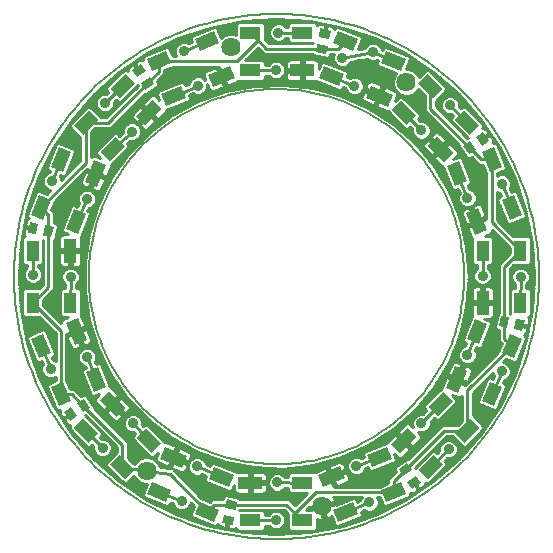
<source format=gtl>
G75*
%MOIN*%
%OFA0B0*%
%FSLAX24Y24*%
%IPPOS*%
%LPD*%
%AMOC8*
5,1,8,0,0,1.08239X$1,22.5*
%
%ADD10C,0.0050*%
%ADD11R,0.0787X0.0433*%
%ADD12R,0.0709X0.0433*%
%ADD13R,0.0433X0.0787*%
%ADD14R,0.0433X0.0709*%
%ADD15R,0.0276X0.0354*%
%ADD16C,0.0640*%
%ADD17C,0.0100*%
%ADD18C,0.0350*%
D10*
X002650Y008900D02*
X002652Y009058D01*
X002658Y009215D01*
X002668Y009373D01*
X002682Y009530D01*
X002700Y009686D01*
X002721Y009843D01*
X002747Y009998D01*
X002777Y010153D01*
X002810Y010307D01*
X002848Y010460D01*
X002889Y010613D01*
X002934Y010764D01*
X002983Y010914D01*
X003036Y011062D01*
X003092Y011210D01*
X003153Y011355D01*
X003216Y011500D01*
X003284Y011642D01*
X003355Y011783D01*
X003429Y011922D01*
X003507Y012059D01*
X003589Y012194D01*
X003673Y012327D01*
X003762Y012458D01*
X003853Y012586D01*
X003948Y012713D01*
X004045Y012836D01*
X004146Y012958D01*
X004250Y013076D01*
X004357Y013192D01*
X004467Y013305D01*
X004579Y013416D01*
X004695Y013523D01*
X004813Y013628D01*
X004933Y013730D01*
X005056Y013828D01*
X005182Y013924D01*
X005310Y014016D01*
X005440Y014105D01*
X005572Y014191D01*
X005707Y014273D01*
X005844Y014352D01*
X005982Y014427D01*
X006122Y014499D01*
X006265Y014567D01*
X006408Y014632D01*
X006554Y014693D01*
X006701Y014750D01*
X006849Y014804D01*
X006999Y014854D01*
X007149Y014900D01*
X007301Y014942D01*
X007454Y014981D01*
X007608Y015015D01*
X007763Y015046D01*
X007918Y015072D01*
X008074Y015095D01*
X008231Y015114D01*
X008388Y015129D01*
X008545Y015140D01*
X008703Y015147D01*
X008861Y015150D01*
X009018Y015149D01*
X009176Y015144D01*
X009333Y015135D01*
X009491Y015122D01*
X009647Y015105D01*
X009804Y015084D01*
X009959Y015060D01*
X010114Y015031D01*
X010269Y014998D01*
X010422Y014962D01*
X010575Y014921D01*
X010726Y014877D01*
X010876Y014829D01*
X011025Y014778D01*
X011173Y014722D01*
X011319Y014663D01*
X011464Y014600D01*
X011607Y014533D01*
X011748Y014463D01*
X011887Y014390D01*
X012025Y014313D01*
X012161Y014232D01*
X012294Y014148D01*
X012425Y014061D01*
X012554Y013970D01*
X012681Y013876D01*
X012806Y013779D01*
X012927Y013679D01*
X013047Y013576D01*
X013163Y013470D01*
X013277Y013361D01*
X013389Y013249D01*
X013497Y013135D01*
X013602Y013017D01*
X013705Y012897D01*
X013804Y012775D01*
X013900Y012650D01*
X013993Y012522D01*
X014083Y012393D01*
X014169Y012261D01*
X014253Y012127D01*
X014332Y011991D01*
X014409Y011853D01*
X014481Y011713D01*
X014550Y011571D01*
X014616Y011428D01*
X014678Y011283D01*
X014736Y011136D01*
X014791Y010988D01*
X014842Y010839D01*
X014889Y010688D01*
X014932Y010537D01*
X014971Y010384D01*
X015007Y010230D01*
X015038Y010076D01*
X015066Y009921D01*
X015090Y009765D01*
X015110Y009608D01*
X015126Y009451D01*
X015138Y009294D01*
X015146Y009137D01*
X015150Y008979D01*
X015150Y008821D01*
X015146Y008663D01*
X015138Y008506D01*
X015126Y008349D01*
X015110Y008192D01*
X015090Y008035D01*
X015066Y007879D01*
X015038Y007724D01*
X015007Y007570D01*
X014971Y007416D01*
X014932Y007263D01*
X014889Y007112D01*
X014842Y006961D01*
X014791Y006812D01*
X014736Y006664D01*
X014678Y006517D01*
X014616Y006372D01*
X014550Y006229D01*
X014481Y006087D01*
X014409Y005947D01*
X014332Y005809D01*
X014253Y005673D01*
X014169Y005539D01*
X014083Y005407D01*
X013993Y005278D01*
X013900Y005150D01*
X013804Y005025D01*
X013705Y004903D01*
X013602Y004783D01*
X013497Y004665D01*
X013389Y004551D01*
X013277Y004439D01*
X013163Y004330D01*
X013047Y004224D01*
X012927Y004121D01*
X012806Y004021D01*
X012681Y003924D01*
X012554Y003830D01*
X012425Y003739D01*
X012294Y003652D01*
X012161Y003568D01*
X012025Y003487D01*
X011887Y003410D01*
X011748Y003337D01*
X011607Y003267D01*
X011464Y003200D01*
X011319Y003137D01*
X011173Y003078D01*
X011025Y003022D01*
X010876Y002971D01*
X010726Y002923D01*
X010575Y002879D01*
X010422Y002838D01*
X010269Y002802D01*
X010114Y002769D01*
X009959Y002740D01*
X009804Y002716D01*
X009647Y002695D01*
X009491Y002678D01*
X009333Y002665D01*
X009176Y002656D01*
X009018Y002651D01*
X008861Y002650D01*
X008703Y002653D01*
X008545Y002660D01*
X008388Y002671D01*
X008231Y002686D01*
X008074Y002705D01*
X007918Y002728D01*
X007763Y002754D01*
X007608Y002785D01*
X007454Y002819D01*
X007301Y002858D01*
X007149Y002900D01*
X006999Y002946D01*
X006849Y002996D01*
X006701Y003050D01*
X006554Y003107D01*
X006408Y003168D01*
X006265Y003233D01*
X006122Y003301D01*
X005982Y003373D01*
X005844Y003448D01*
X005707Y003527D01*
X005572Y003609D01*
X005440Y003695D01*
X005310Y003784D01*
X005182Y003876D01*
X005056Y003972D01*
X004933Y004070D01*
X004813Y004172D01*
X004695Y004277D01*
X004579Y004384D01*
X004467Y004495D01*
X004357Y004608D01*
X004250Y004724D01*
X004146Y004842D01*
X004045Y004964D01*
X003948Y005087D01*
X003853Y005214D01*
X003762Y005342D01*
X003673Y005473D01*
X003589Y005606D01*
X003507Y005741D01*
X003429Y005878D01*
X003355Y006017D01*
X003284Y006158D01*
X003216Y006300D01*
X003153Y006445D01*
X003092Y006590D01*
X003036Y006738D01*
X002983Y006886D01*
X002934Y007036D01*
X002889Y007187D01*
X002848Y007340D01*
X002810Y007493D01*
X002777Y007647D01*
X002747Y007802D01*
X002721Y007957D01*
X002700Y008114D01*
X002682Y008270D01*
X002668Y008427D01*
X002658Y008585D01*
X002652Y008742D01*
X002650Y008900D01*
X000150Y008900D02*
X000153Y009115D01*
X000161Y009329D01*
X000174Y009544D01*
X000192Y009758D01*
X000216Y009971D01*
X000245Y010184D01*
X000279Y010396D01*
X000318Y010607D01*
X000363Y010817D01*
X000412Y011026D01*
X000467Y011234D01*
X000527Y011440D01*
X000592Y011645D01*
X000661Y011848D01*
X000736Y012049D01*
X000816Y012248D01*
X000901Y012446D01*
X000990Y012641D01*
X001084Y012834D01*
X001183Y013025D01*
X001287Y013213D01*
X001395Y013398D01*
X001508Y013581D01*
X001625Y013761D01*
X001746Y013938D01*
X001872Y014112D01*
X002002Y014283D01*
X002136Y014451D01*
X002274Y014615D01*
X002417Y014776D01*
X002563Y014933D01*
X002713Y015087D01*
X002867Y015237D01*
X003024Y015383D01*
X003185Y015526D01*
X003349Y015664D01*
X003517Y015798D01*
X003688Y015928D01*
X003862Y016054D01*
X004039Y016175D01*
X004219Y016292D01*
X004402Y016405D01*
X004587Y016513D01*
X004775Y016617D01*
X004966Y016716D01*
X005159Y016810D01*
X005354Y016899D01*
X005552Y016984D01*
X005751Y017064D01*
X005952Y017139D01*
X006155Y017208D01*
X006360Y017273D01*
X006566Y017333D01*
X006774Y017388D01*
X006983Y017437D01*
X007193Y017482D01*
X007404Y017521D01*
X007616Y017555D01*
X007829Y017584D01*
X008042Y017608D01*
X008256Y017626D01*
X008471Y017639D01*
X008685Y017647D01*
X008900Y017650D01*
X009115Y017647D01*
X009329Y017639D01*
X009544Y017626D01*
X009758Y017608D01*
X009971Y017584D01*
X010184Y017555D01*
X010396Y017521D01*
X010607Y017482D01*
X010817Y017437D01*
X011026Y017388D01*
X011234Y017333D01*
X011440Y017273D01*
X011645Y017208D01*
X011848Y017139D01*
X012049Y017064D01*
X012248Y016984D01*
X012446Y016899D01*
X012641Y016810D01*
X012834Y016716D01*
X013025Y016617D01*
X013213Y016513D01*
X013398Y016405D01*
X013581Y016292D01*
X013761Y016175D01*
X013938Y016054D01*
X014112Y015928D01*
X014283Y015798D01*
X014451Y015664D01*
X014615Y015526D01*
X014776Y015383D01*
X014933Y015237D01*
X015087Y015087D01*
X015237Y014933D01*
X015383Y014776D01*
X015526Y014615D01*
X015664Y014451D01*
X015798Y014283D01*
X015928Y014112D01*
X016054Y013938D01*
X016175Y013761D01*
X016292Y013581D01*
X016405Y013398D01*
X016513Y013213D01*
X016617Y013025D01*
X016716Y012834D01*
X016810Y012641D01*
X016899Y012446D01*
X016984Y012248D01*
X017064Y012049D01*
X017139Y011848D01*
X017208Y011645D01*
X017273Y011440D01*
X017333Y011234D01*
X017388Y011026D01*
X017437Y010817D01*
X017482Y010607D01*
X017521Y010396D01*
X017555Y010184D01*
X017584Y009971D01*
X017608Y009758D01*
X017626Y009544D01*
X017639Y009329D01*
X017647Y009115D01*
X017650Y008900D01*
X017647Y008685D01*
X017639Y008471D01*
X017626Y008256D01*
X017608Y008042D01*
X017584Y007829D01*
X017555Y007616D01*
X017521Y007404D01*
X017482Y007193D01*
X017437Y006983D01*
X017388Y006774D01*
X017333Y006566D01*
X017273Y006360D01*
X017208Y006155D01*
X017139Y005952D01*
X017064Y005751D01*
X016984Y005552D01*
X016899Y005354D01*
X016810Y005159D01*
X016716Y004966D01*
X016617Y004775D01*
X016513Y004587D01*
X016405Y004402D01*
X016292Y004219D01*
X016175Y004039D01*
X016054Y003862D01*
X015928Y003688D01*
X015798Y003517D01*
X015664Y003349D01*
X015526Y003185D01*
X015383Y003024D01*
X015237Y002867D01*
X015087Y002713D01*
X014933Y002563D01*
X014776Y002417D01*
X014615Y002274D01*
X014451Y002136D01*
X014283Y002002D01*
X014112Y001872D01*
X013938Y001746D01*
X013761Y001625D01*
X013581Y001508D01*
X013398Y001395D01*
X013213Y001287D01*
X013025Y001183D01*
X012834Y001084D01*
X012641Y000990D01*
X012446Y000901D01*
X012248Y000816D01*
X012049Y000736D01*
X011848Y000661D01*
X011645Y000592D01*
X011440Y000527D01*
X011234Y000467D01*
X011026Y000412D01*
X010817Y000363D01*
X010607Y000318D01*
X010396Y000279D01*
X010184Y000245D01*
X009971Y000216D01*
X009758Y000192D01*
X009544Y000174D01*
X009329Y000161D01*
X009115Y000153D01*
X008900Y000150D01*
X008685Y000153D01*
X008471Y000161D01*
X008256Y000174D01*
X008042Y000192D01*
X007829Y000216D01*
X007616Y000245D01*
X007404Y000279D01*
X007193Y000318D01*
X006983Y000363D01*
X006774Y000412D01*
X006566Y000467D01*
X006360Y000527D01*
X006155Y000592D01*
X005952Y000661D01*
X005751Y000736D01*
X005552Y000816D01*
X005354Y000901D01*
X005159Y000990D01*
X004966Y001084D01*
X004775Y001183D01*
X004587Y001287D01*
X004402Y001395D01*
X004219Y001508D01*
X004039Y001625D01*
X003862Y001746D01*
X003688Y001872D01*
X003517Y002002D01*
X003349Y002136D01*
X003185Y002274D01*
X003024Y002417D01*
X002867Y002563D01*
X002713Y002713D01*
X002563Y002867D01*
X002417Y003024D01*
X002274Y003185D01*
X002136Y003349D01*
X002002Y003517D01*
X001872Y003688D01*
X001746Y003862D01*
X001625Y004039D01*
X001508Y004219D01*
X001395Y004402D01*
X001287Y004587D01*
X001183Y004775D01*
X001084Y004966D01*
X000990Y005159D01*
X000901Y005354D01*
X000816Y005552D01*
X000736Y005751D01*
X000661Y005952D01*
X000592Y006155D01*
X000527Y006360D01*
X000467Y006566D01*
X000412Y006774D01*
X000363Y006983D01*
X000318Y007193D01*
X000279Y007404D01*
X000245Y007616D01*
X000216Y007829D01*
X000192Y008042D01*
X000174Y008256D01*
X000161Y008471D01*
X000153Y008685D01*
X000150Y008900D01*
D11*
G36*
X002172Y006626D02*
X001872Y007351D01*
X002270Y007516D01*
X002570Y006791D01*
X002172Y006626D01*
G37*
G36*
X003558Y004228D02*
X003003Y004783D01*
X003308Y005088D01*
X003863Y004533D01*
X003558Y004228D01*
G37*
G36*
X005751Y002534D02*
X005026Y002834D01*
X005191Y003232D01*
X005916Y002932D01*
X005751Y002534D01*
G37*
X008034Y002030D03*
G36*
X011174Y002172D02*
X010449Y001872D01*
X010284Y002270D01*
X011009Y002570D01*
X011174Y002172D01*
G37*
G36*
X013572Y003558D02*
X013017Y003003D01*
X012712Y003308D01*
X013267Y003863D01*
X013572Y003558D01*
G37*
G36*
X015266Y005751D02*
X014966Y005026D01*
X014568Y005191D01*
X014868Y005916D01*
X015266Y005751D01*
G37*
G36*
X015628Y011174D02*
X015928Y010449D01*
X015530Y010284D01*
X015230Y011009D01*
X015628Y011174D01*
G37*
G36*
X014242Y013572D02*
X014797Y013017D01*
X014492Y012712D01*
X013937Y013267D01*
X014242Y013572D01*
G37*
G36*
X012049Y015266D02*
X012774Y014966D01*
X012609Y014568D01*
X011884Y014868D01*
X012049Y015266D01*
G37*
X009766Y015770D03*
G36*
X006626Y015628D02*
X007351Y015928D01*
X007516Y015530D01*
X006791Y015230D01*
X006626Y015628D01*
G37*
G36*
X004228Y014242D02*
X004783Y014797D01*
X005088Y014492D01*
X004533Y013937D01*
X004228Y014242D01*
G37*
G36*
X002534Y012049D02*
X002834Y012774D01*
X003232Y012609D01*
X002932Y011884D01*
X002534Y012049D01*
G37*
D12*
G36*
X001384Y012567D02*
X001655Y013220D01*
X002054Y013055D01*
X001783Y012402D01*
X001384Y012567D01*
G37*
G36*
X000722Y010967D02*
X000993Y011620D01*
X001392Y011455D01*
X001121Y010802D01*
X000722Y010967D01*
G37*
G36*
X001886Y010485D02*
X002157Y011138D01*
X002556Y010973D01*
X002285Y010320D01*
X001886Y010485D01*
G37*
G36*
X003030Y013045D02*
X003530Y013545D01*
X003836Y013239D01*
X003336Y012739D01*
X003030Y013045D01*
G37*
G36*
X002139Y013936D02*
X002639Y014436D01*
X002945Y014130D01*
X002445Y013630D01*
X002139Y013936D01*
G37*
G36*
X003364Y015161D02*
X003864Y015661D01*
X004170Y015355D01*
X003670Y014855D01*
X003364Y015161D01*
G37*
G36*
X004580Y016145D02*
X005233Y016416D01*
X005398Y016017D01*
X004745Y015746D01*
X004580Y016145D01*
G37*
G36*
X005062Y014981D02*
X005715Y015252D01*
X005880Y014853D01*
X005227Y014582D01*
X005062Y014981D01*
G37*
G36*
X006180Y016807D02*
X006833Y017078D01*
X006998Y016679D01*
X006345Y016408D01*
X006180Y016807D01*
G37*
X008034Y017030D03*
X008034Y015770D03*
X009766Y017030D03*
G36*
X010967Y017078D02*
X011620Y016807D01*
X011455Y016408D01*
X010802Y016679D01*
X010967Y017078D01*
G37*
G36*
X010485Y015914D02*
X011138Y015643D01*
X010973Y015244D01*
X010320Y015515D01*
X010485Y015914D01*
G37*
G36*
X012567Y016416D02*
X013220Y016145D01*
X013055Y015746D01*
X012402Y016017D01*
X012567Y016416D01*
G37*
G36*
X013936Y015661D02*
X014436Y015161D01*
X014130Y014855D01*
X013630Y015355D01*
X013936Y015661D01*
G37*
G36*
X013045Y014770D02*
X013545Y014270D01*
X013239Y013964D01*
X012739Y014464D01*
X013045Y014770D01*
G37*
G36*
X015161Y014436D02*
X015661Y013936D01*
X015355Y013630D01*
X014855Y014130D01*
X015161Y014436D01*
G37*
G36*
X016145Y013220D02*
X016416Y012567D01*
X016017Y012402D01*
X015746Y013055D01*
X016145Y013220D01*
G37*
G36*
X014981Y012738D02*
X015252Y012085D01*
X014853Y011920D01*
X014582Y012573D01*
X014981Y012738D01*
G37*
G36*
X016807Y011620D02*
X017078Y010967D01*
X016679Y010802D01*
X016408Y011455D01*
X016807Y011620D01*
G37*
G36*
X015914Y007315D02*
X015643Y006662D01*
X015244Y006827D01*
X015515Y007480D01*
X015914Y007315D01*
G37*
G36*
X017078Y006833D02*
X016807Y006180D01*
X016408Y006345D01*
X016679Y006998D01*
X017078Y006833D01*
G37*
G36*
X016416Y005233D02*
X016145Y004580D01*
X015746Y004745D01*
X016017Y005398D01*
X016416Y005233D01*
G37*
G36*
X015661Y003864D02*
X015161Y003364D01*
X014855Y003670D01*
X015355Y004170D01*
X015661Y003864D01*
G37*
G36*
X014770Y004755D02*
X014270Y004255D01*
X013964Y004561D01*
X014464Y005061D01*
X014770Y004755D01*
G37*
G36*
X014436Y002639D02*
X013936Y002139D01*
X013630Y002445D01*
X014130Y002945D01*
X014436Y002639D01*
G37*
G36*
X013220Y001655D02*
X012567Y001384D01*
X012402Y001783D01*
X013055Y002054D01*
X013220Y001655D01*
G37*
G36*
X012738Y002819D02*
X012085Y002548D01*
X011920Y002947D01*
X012573Y003218D01*
X012738Y002819D01*
G37*
G36*
X011620Y000993D02*
X010967Y000722D01*
X010802Y001121D01*
X011455Y001392D01*
X011620Y000993D01*
G37*
X009766Y000770D03*
X009766Y002030D03*
X008034Y000770D03*
G36*
X006833Y000722D02*
X006180Y000993D01*
X006345Y001392D01*
X006998Y001121D01*
X006833Y000722D01*
G37*
G36*
X007315Y001886D02*
X006662Y002157D01*
X006827Y002556D01*
X007480Y002285D01*
X007315Y001886D01*
G37*
G36*
X005233Y001384D02*
X004580Y001655D01*
X004745Y002054D01*
X005398Y001783D01*
X005233Y001384D01*
G37*
G36*
X003864Y002139D02*
X003364Y002639D01*
X003670Y002945D01*
X004170Y002445D01*
X003864Y002139D01*
G37*
G36*
X004755Y003030D02*
X004255Y003530D01*
X004561Y003836D01*
X005061Y003336D01*
X004755Y003030D01*
G37*
G36*
X002639Y003364D02*
X002139Y003864D01*
X002445Y004170D01*
X002945Y003670D01*
X002639Y003364D01*
G37*
G36*
X001655Y004580D02*
X001384Y005233D01*
X001783Y005398D01*
X002054Y004745D01*
X001655Y004580D01*
G37*
G36*
X002819Y005062D02*
X002548Y005715D01*
X002947Y005880D01*
X003218Y005227D01*
X002819Y005062D01*
G37*
G36*
X000993Y006180D02*
X000722Y006833D01*
X001121Y006998D01*
X001392Y006345D01*
X000993Y006180D01*
G37*
D13*
X002030Y009766D03*
X015770Y008034D03*
D14*
X017030Y008034D03*
X017030Y009766D03*
X015770Y009766D03*
X002030Y008034D03*
X000770Y008034D03*
X000770Y009766D03*
D15*
G36*
X001201Y010610D02*
X001470Y010556D01*
X001401Y010210D01*
X001132Y010264D01*
X001201Y010610D01*
G37*
G36*
X000699Y010710D02*
X000968Y010656D01*
X000899Y010310D01*
X000630Y010364D01*
X000699Y010710D01*
G37*
G36*
X004672Y015550D02*
X004825Y015321D01*
X004532Y015124D01*
X004379Y015353D01*
X004672Y015550D01*
G37*
G36*
X004388Y015976D02*
X004541Y015747D01*
X004248Y015550D01*
X004095Y015779D01*
X004388Y015976D01*
G37*
G36*
X010610Y016599D02*
X010556Y016330D01*
X010210Y016399D01*
X010264Y016668D01*
X010610Y016599D01*
G37*
G36*
X010710Y017101D02*
X010656Y016832D01*
X010310Y016901D01*
X010364Y017170D01*
X010710Y017101D01*
G37*
G36*
X015550Y013128D02*
X015321Y012975D01*
X015124Y013268D01*
X015353Y013421D01*
X015550Y013128D01*
G37*
G36*
X015976Y013412D02*
X015747Y013259D01*
X015550Y013552D01*
X015779Y013705D01*
X015976Y013412D01*
G37*
G36*
X016599Y007190D02*
X016330Y007244D01*
X016399Y007590D01*
X016668Y007536D01*
X016599Y007190D01*
G37*
G36*
X017101Y007090D02*
X016832Y007144D01*
X016901Y007490D01*
X017170Y007436D01*
X017101Y007090D01*
G37*
G36*
X013128Y002250D02*
X012975Y002479D01*
X013268Y002676D01*
X013421Y002447D01*
X013128Y002250D01*
G37*
G36*
X013412Y001824D02*
X013259Y002053D01*
X013552Y002250D01*
X013705Y002021D01*
X013412Y001824D01*
G37*
G36*
X007190Y001201D02*
X007244Y001470D01*
X007590Y001401D01*
X007536Y001132D01*
X007190Y001201D01*
G37*
G36*
X007090Y000699D02*
X007144Y000968D01*
X007490Y000899D01*
X007436Y000630D01*
X007090Y000699D01*
G37*
G36*
X002250Y004672D02*
X002479Y004825D01*
X002676Y004532D01*
X002447Y004379D01*
X002250Y004672D01*
G37*
G36*
X001824Y004388D02*
X002053Y004541D01*
X002250Y004248D01*
X002021Y004095D01*
X001824Y004388D01*
G37*
D16*
X004570Y002430D03*
X010420Y001260D03*
X013230Y015370D03*
X007380Y016540D03*
D17*
X002081Y003668D02*
X002822Y002822D01*
X003668Y002081D01*
X004602Y001457D01*
X005611Y000959D01*
X006675Y000598D01*
X007778Y000379D01*
X008900Y000305D01*
X010022Y000379D01*
X011125Y000598D01*
X012189Y000959D01*
X013198Y001457D01*
X014132Y002081D01*
X014978Y002822D01*
X015719Y003668D01*
X016343Y004602D01*
X016841Y005611D01*
X017202Y006675D01*
X017421Y007778D01*
X017421Y007778D01*
X017495Y008900D01*
X017421Y010022D01*
X017202Y011125D01*
X016841Y012189D01*
X016343Y013198D01*
X015719Y014132D01*
X014978Y014978D01*
X014132Y015719D01*
X013198Y016343D01*
X012189Y016841D01*
X011125Y017202D01*
X010022Y017421D01*
X008900Y017495D01*
X007778Y017421D01*
X006675Y017202D01*
X005611Y016841D01*
X004602Y016343D01*
X003668Y015719D01*
X002822Y014978D01*
X002081Y014132D01*
X001457Y013198D01*
X000959Y012189D01*
X000598Y011125D01*
X000379Y010022D01*
X000305Y008900D01*
X000379Y007778D01*
X000598Y006675D01*
X000959Y005611D01*
X001457Y004603D01*
X002081Y003668D01*
X002062Y003696D02*
X002123Y003696D01*
X002143Y003598D02*
X002222Y003598D01*
X002229Y003499D02*
X002320Y003499D01*
X002315Y003401D02*
X002419Y003401D01*
X002402Y003302D02*
X002517Y003302D01*
X002586Y003233D02*
X002693Y003233D01*
X002750Y003290D01*
X002798Y003240D01*
X002798Y003121D01*
X002844Y003009D01*
X002930Y002923D01*
X003042Y002876D01*
X003163Y002876D01*
X003276Y002923D01*
X003361Y003009D01*
X003408Y003121D01*
X003408Y003242D01*
X003361Y003354D01*
X003276Y003440D01*
X003163Y003486D01*
X003060Y003486D01*
X003004Y003544D01*
X003076Y003616D01*
X003076Y003723D01*
X002525Y004274D01*
X002532Y004279D01*
X003587Y003223D01*
X003587Y003047D01*
X003233Y002693D01*
X003233Y002586D01*
X003811Y002008D01*
X003918Y002008D01*
X004158Y002248D01*
X004189Y002175D01*
X004315Y002049D01*
X004480Y001980D01*
X004572Y001980D01*
X004438Y001655D01*
X004479Y001556D01*
X005233Y001243D01*
X005333Y001284D01*
X005368Y001369D01*
X005440Y001339D01*
X005482Y001237D01*
X005568Y001151D01*
X005680Y001105D01*
X005801Y001105D01*
X005913Y001151D01*
X005999Y001237D01*
X006046Y001349D01*
X006046Y001359D01*
X006147Y001254D01*
X006038Y000992D01*
X006079Y000893D01*
X006834Y000580D01*
X006933Y000621D01*
X006946Y000654D01*
X006954Y000631D01*
X006976Y000598D01*
X007006Y000572D01*
X007041Y000555D01*
X007216Y000520D01*
X007268Y000784D01*
X007305Y000777D01*
X007253Y000513D01*
X007428Y000478D01*
X007467Y000481D01*
X007504Y000494D01*
X007537Y000516D01*
X007550Y000530D01*
X007550Y000500D01*
X007626Y000424D01*
X008442Y000424D01*
X008518Y000500D01*
X008518Y000596D01*
X008642Y000597D01*
X008717Y000521D01*
X008829Y000475D01*
X008951Y000475D01*
X009063Y000521D01*
X009149Y000607D01*
X009195Y000719D01*
X009195Y000841D01*
X009149Y000953D01*
X009063Y001038D01*
X008951Y001085D01*
X008829Y001085D01*
X008717Y001038D01*
X008636Y000957D01*
X008518Y000956D01*
X008518Y001040D01*
X008442Y001117D01*
X007666Y001117D01*
X007667Y001121D01*
X009161Y001121D01*
X009282Y001000D01*
X009282Y000500D01*
X009358Y000424D01*
X010174Y000424D01*
X010250Y000500D01*
X010250Y000821D01*
X010310Y000802D01*
X010383Y000790D01*
X010457Y000790D01*
X010463Y000791D01*
X010381Y001201D01*
X010479Y001221D01*
X010459Y001319D01*
X010869Y001401D01*
X010856Y001440D01*
X010822Y001506D01*
X010798Y001539D01*
X011740Y001539D01*
X011701Y001445D01*
X011592Y001402D01*
X011555Y001492D01*
X011455Y001533D01*
X010890Y001299D01*
X010889Y001303D01*
X010479Y001221D01*
X010561Y000811D01*
X010600Y000824D01*
X010666Y000858D01*
X010726Y000902D01*
X010744Y000919D01*
X010867Y000621D01*
X010966Y000580D01*
X011721Y000893D01*
X011762Y000992D01*
X011730Y001069D01*
X011832Y001110D01*
X011940Y001065D01*
X012061Y001065D01*
X012173Y001112D01*
X012259Y001198D01*
X012305Y001310D01*
X012305Y001431D01*
X012261Y001539D01*
X012362Y001539D01*
X012467Y001284D01*
X012567Y001243D01*
X013321Y001556D01*
X013362Y001655D01*
X013348Y001688D01*
X013363Y001681D01*
X013402Y001673D01*
X013441Y001676D01*
X013479Y001689D01*
X013627Y001788D01*
X013477Y002011D01*
X013509Y002032D01*
X013658Y001809D01*
X013806Y001908D01*
X013832Y001937D01*
X013850Y001973D01*
X013857Y002012D01*
X013856Y002034D01*
X013882Y002008D01*
X013989Y002008D01*
X014567Y002586D01*
X014567Y002693D01*
X014504Y002756D01*
X014586Y002837D01*
X014699Y002837D01*
X014811Y002884D01*
X014897Y002969D01*
X014943Y003081D01*
X014943Y003203D01*
X014897Y003315D01*
X014811Y003401D01*
X014699Y003447D01*
X014578Y003447D01*
X014465Y003401D01*
X014380Y003315D01*
X014333Y003203D01*
X014333Y003093D01*
X014250Y003010D01*
X014184Y003076D01*
X014077Y003076D01*
X013526Y002525D01*
X013521Y002532D01*
X014577Y003587D01*
X014753Y003587D01*
X015107Y003233D01*
X015214Y003233D01*
X015792Y003811D01*
X015792Y003918D01*
X015438Y004272D01*
X015438Y005029D01*
X016105Y005696D01*
X016105Y005680D01*
X016145Y005584D01*
X016109Y005501D01*
X016016Y005540D01*
X015917Y005498D01*
X015604Y004744D01*
X015645Y004645D01*
X016145Y004438D01*
X016244Y004479D01*
X016557Y005233D01*
X016516Y005333D01*
X016441Y005364D01*
X016473Y005437D01*
X016583Y005482D01*
X016668Y005568D01*
X016715Y005680D01*
X016715Y005801D01*
X016668Y005913D01*
X016583Y005999D01*
X016471Y006046D01*
X016454Y006046D01*
X016553Y006144D01*
X016808Y006038D01*
X016907Y006079D01*
X017220Y006834D01*
X017179Y006933D01*
X017146Y006946D01*
X017169Y006954D01*
X017202Y006976D01*
X017228Y007006D01*
X017245Y007041D01*
X017280Y007216D01*
X017016Y007268D01*
X017023Y007305D01*
X017287Y007253D01*
X017322Y007428D01*
X017319Y007467D01*
X017306Y007504D01*
X017284Y007537D01*
X017270Y007550D01*
X017300Y007550D01*
X017376Y007626D01*
X017376Y008442D01*
X017300Y008518D01*
X017215Y008518D01*
X017217Y008636D01*
X017298Y008717D01*
X017345Y008829D01*
X017345Y008951D01*
X017298Y009063D01*
X017213Y009149D01*
X017100Y009195D01*
X016979Y009195D01*
X016867Y009149D01*
X016781Y009063D01*
X016735Y008951D01*
X016735Y008829D01*
X016781Y008717D01*
X016857Y008642D01*
X016855Y008518D01*
X016760Y008518D01*
X016683Y008442D01*
X016683Y007666D01*
X016679Y007667D01*
X016679Y009161D01*
X016800Y009282D01*
X017300Y009282D01*
X017376Y009358D01*
X017376Y010174D01*
X017300Y010250D01*
X016800Y010250D01*
X016261Y010790D01*
X016261Y011732D01*
X016342Y011698D01*
X016389Y011588D01*
X016308Y011555D01*
X016267Y011455D01*
X016579Y010701D01*
X016679Y010660D01*
X017179Y010867D01*
X017220Y010966D01*
X016907Y011721D01*
X016808Y011762D01*
X016721Y011726D01*
X016673Y011839D01*
X016715Y011940D01*
X016715Y012061D01*
X016668Y012173D01*
X016583Y012259D01*
X016471Y012305D01*
X016349Y012305D01*
X016261Y012269D01*
X016261Y012362D01*
X016516Y012467D01*
X016557Y012567D01*
X016244Y013321D01*
X016145Y013362D01*
X016112Y013348D01*
X016119Y013363D01*
X016127Y013402D01*
X016124Y013441D01*
X016111Y013479D01*
X016012Y013627D01*
X015789Y013477D01*
X015768Y013509D01*
X015991Y013658D01*
X015892Y013806D01*
X015863Y013832D01*
X015827Y013850D01*
X015788Y013857D01*
X015766Y013856D01*
X015792Y013882D01*
X015792Y013989D01*
X015214Y014567D01*
X015107Y014567D01*
X015045Y014505D01*
X014994Y014557D01*
X014994Y014671D01*
X014948Y014783D01*
X014862Y014869D01*
X014750Y014916D01*
X014629Y014916D01*
X014517Y014869D01*
X014431Y014783D01*
X014384Y014671D01*
X014384Y014550D01*
X014431Y014438D01*
X014517Y014352D01*
X014629Y014306D01*
X014737Y014306D01*
X014791Y014251D01*
X014724Y014184D01*
X014724Y014077D01*
X015275Y013526D01*
X015268Y013521D01*
X014213Y014577D01*
X014213Y014753D01*
X014567Y015107D01*
X014567Y015214D01*
X013989Y015792D01*
X013882Y015792D01*
X013642Y015552D01*
X013611Y015625D01*
X013485Y015751D01*
X013320Y015820D01*
X013228Y015820D01*
X013362Y016145D01*
X013321Y016244D01*
X012567Y016557D01*
X012467Y016516D01*
X012438Y016445D01*
X012423Y016451D01*
X012377Y016563D01*
X012291Y016649D01*
X012179Y016695D01*
X012058Y016695D01*
X011946Y016649D01*
X011860Y016563D01*
X011842Y016520D01*
X011625Y016479D01*
X011762Y016808D01*
X011721Y016907D01*
X010966Y017220D01*
X010867Y017179D01*
X010854Y017146D01*
X010846Y017169D01*
X010824Y017202D01*
X010794Y017228D01*
X010759Y017245D01*
X010584Y017280D01*
X010532Y017016D01*
X010495Y017023D01*
X010547Y017287D01*
X010372Y017322D01*
X010333Y017319D01*
X010296Y017306D01*
X010263Y017284D01*
X010250Y017270D01*
X010250Y017300D01*
X010174Y017376D01*
X009358Y017376D01*
X009282Y017300D01*
X009282Y017211D01*
X009217Y017211D01*
X009138Y017290D01*
X009026Y017337D01*
X008904Y017337D01*
X008792Y017290D01*
X008706Y017205D01*
X008660Y017093D01*
X008660Y016971D01*
X008706Y016859D01*
X008792Y016773D01*
X008904Y016727D01*
X009026Y016727D01*
X009138Y016773D01*
X009216Y016851D01*
X009282Y016851D01*
X009282Y016760D01*
X009358Y016683D01*
X010134Y016683D01*
X010133Y016679D01*
X008639Y016679D01*
X008518Y016800D01*
X008518Y017300D01*
X008442Y017376D01*
X007626Y017376D01*
X007550Y017300D01*
X007550Y016957D01*
X007470Y016990D01*
X007290Y016990D01*
X007125Y016921D01*
X007065Y016861D01*
X006933Y017179D01*
X006834Y017220D01*
X006079Y016907D01*
X006038Y016808D01*
X006076Y016717D01*
X005977Y016675D01*
X005880Y016715D01*
X005759Y016715D01*
X005647Y016668D01*
X005561Y016583D01*
X005514Y016471D01*
X005514Y016349D01*
X005551Y016261D01*
X005438Y016261D01*
X005333Y016516D01*
X005233Y016557D01*
X004479Y016244D01*
X004438Y016145D01*
X004452Y016112D01*
X004437Y016119D01*
X004398Y016127D01*
X004359Y016124D01*
X004321Y016111D01*
X004173Y016012D01*
X004323Y015789D01*
X004291Y015768D01*
X004142Y015991D01*
X003994Y015892D01*
X003968Y015863D01*
X003950Y015827D01*
X003943Y015788D01*
X003944Y015766D01*
X003918Y015792D01*
X003811Y015792D01*
X003233Y015214D01*
X003233Y015107D01*
X003296Y015044D01*
X003234Y014983D01*
X003121Y014983D01*
X003009Y014936D01*
X002923Y014850D01*
X002876Y014738D01*
X002876Y014617D01*
X002923Y014505D01*
X003009Y014419D01*
X003121Y014373D01*
X003242Y014373D01*
X003354Y014419D01*
X003440Y014505D01*
X003486Y014617D01*
X003486Y014726D01*
X003550Y014790D01*
X003616Y014724D01*
X003723Y014724D01*
X004274Y015275D01*
X004279Y015268D01*
X003223Y014213D01*
X003047Y014213D01*
X002693Y014567D01*
X002586Y014567D01*
X002008Y013989D01*
X002008Y013882D01*
X002362Y013528D01*
X002362Y012771D01*
X001715Y012124D01*
X001715Y012140D01*
X001673Y012240D01*
X001697Y012296D01*
X001784Y012260D01*
X001883Y012302D01*
X002196Y013056D01*
X002155Y013155D01*
X001655Y013362D01*
X001556Y013321D01*
X001243Y012567D01*
X001284Y012467D01*
X001365Y012434D01*
X001342Y012381D01*
X001237Y012338D01*
X001151Y012252D01*
X001105Y012140D01*
X001105Y012018D01*
X001151Y011906D01*
X001237Y011821D01*
X001349Y011774D01*
X001365Y011774D01*
X001247Y011656D01*
X000992Y011762D01*
X000893Y011721D01*
X000580Y010966D01*
X000621Y010867D01*
X000654Y010854D01*
X000631Y010846D01*
X000598Y010824D01*
X000572Y010794D01*
X000555Y010759D01*
X000520Y010584D01*
X000784Y010532D01*
X000777Y010495D01*
X000513Y010547D01*
X000478Y010372D01*
X000481Y010333D01*
X000494Y010296D01*
X000516Y010263D01*
X000530Y010250D01*
X000500Y010250D01*
X000424Y010174D01*
X000424Y009358D01*
X000500Y009282D01*
X000596Y009282D01*
X000597Y009217D01*
X000521Y009142D01*
X000475Y009030D01*
X000475Y008908D01*
X000521Y008796D01*
X000607Y008710D01*
X000719Y008664D01*
X000841Y008664D01*
X000953Y008710D01*
X001038Y008796D01*
X001085Y008908D01*
X001085Y009030D01*
X001038Y009142D01*
X000957Y009223D01*
X000956Y009282D01*
X001040Y009282D01*
X001117Y009358D01*
X001117Y010134D01*
X001121Y010133D01*
X001121Y008639D01*
X001000Y008518D01*
X000500Y008518D01*
X000424Y008442D01*
X000424Y007626D01*
X000500Y007550D01*
X001000Y007550D01*
X001539Y007010D01*
X001539Y006079D01*
X001442Y006120D01*
X001406Y006210D01*
X001492Y006245D01*
X001533Y006345D01*
X001221Y007099D01*
X001121Y007140D01*
X000621Y006933D01*
X000580Y006834D01*
X000893Y006079D01*
X000992Y006038D01*
X001073Y006072D01*
X001109Y005984D01*
X001065Y005880D01*
X001065Y005759D01*
X001112Y005647D01*
X001198Y005561D01*
X001310Y005514D01*
X001431Y005514D01*
X001539Y005559D01*
X001539Y005438D01*
X001284Y005333D01*
X001243Y005233D01*
X001556Y004479D01*
X001655Y004438D01*
X001688Y004452D01*
X001681Y004437D01*
X001673Y004398D01*
X001676Y004359D01*
X001689Y004321D01*
X001788Y004173D01*
X002011Y004323D01*
X002032Y004291D01*
X001809Y004142D01*
X001908Y003994D01*
X001937Y003968D01*
X001973Y003950D01*
X002012Y003943D01*
X002034Y003944D01*
X002008Y003918D01*
X002008Y003811D01*
X002586Y003233D01*
X002488Y003204D02*
X002798Y003204D01*
X002804Y003105D02*
X002575Y003105D01*
X002661Y003007D02*
X002846Y003007D01*
X002747Y002908D02*
X002966Y002908D01*
X002837Y002810D02*
X003349Y002810D01*
X003448Y002908D02*
X003239Y002908D01*
X003359Y003007D02*
X003546Y003007D01*
X003587Y003105D02*
X003401Y003105D01*
X003408Y003204D02*
X003587Y003204D01*
X003508Y003302D02*
X003383Y003302D01*
X003410Y003401D02*
X003315Y003401D01*
X003311Y003499D02*
X003048Y003499D01*
X003058Y003598D02*
X003213Y003598D01*
X003114Y003696D02*
X003076Y003696D01*
X003016Y003795D02*
X003005Y003795D01*
X002917Y003893D02*
X002906Y003893D01*
X002819Y003992D02*
X002808Y003992D01*
X002720Y004090D02*
X002709Y004090D01*
X002622Y004189D02*
X002611Y004189D01*
X002836Y004484D02*
X003088Y004484D01*
X003138Y004434D02*
X002881Y004691D01*
X002862Y004725D01*
X002851Y004763D01*
X002851Y004803D01*
X002862Y004841D01*
X002881Y004875D01*
X003002Y004996D01*
X002819Y004920D01*
X002719Y004961D01*
X002407Y005715D01*
X002448Y005815D01*
X002539Y005853D01*
X002515Y005914D01*
X002418Y005954D01*
X002332Y006040D01*
X002286Y006152D01*
X002286Y006274D01*
X002332Y006386D01*
X002418Y006472D01*
X002530Y006518D01*
X002652Y006518D01*
X002764Y006472D01*
X002850Y006386D01*
X002896Y006274D01*
X002896Y006152D01*
X002851Y006044D01*
X002872Y005990D01*
X002948Y006022D01*
X003047Y005981D01*
X003358Y005231D01*
X003366Y005229D01*
X003400Y005209D01*
X003657Y004952D01*
X003433Y004729D01*
X003504Y004658D01*
X003727Y004882D01*
X003984Y004625D01*
X004004Y004590D01*
X004014Y004552D01*
X004014Y004513D01*
X004004Y004475D01*
X003984Y004440D01*
X003853Y004309D01*
X003504Y004658D01*
X003433Y004587D01*
X003782Y004238D01*
X003650Y004106D01*
X003616Y004087D01*
X003578Y004076D01*
X003538Y004076D01*
X003500Y004087D01*
X003466Y004106D01*
X003209Y004363D01*
X003433Y004587D01*
X003362Y004658D01*
X003138Y004434D01*
X003188Y004484D02*
X003330Y004484D01*
X003287Y004583D02*
X003428Y004583D01*
X003438Y004583D02*
X003579Y004583D01*
X003536Y004484D02*
X003678Y004484D01*
X003635Y004386D02*
X003776Y004386D01*
X003733Y004287D02*
X004002Y004287D01*
X003954Y004267D02*
X004066Y004313D01*
X004187Y004313D01*
X004299Y004267D01*
X004385Y004181D01*
X004431Y004069D01*
X004431Y003948D01*
X004430Y003945D01*
X004456Y003916D01*
X004507Y003967D01*
X004614Y003967D01*
X005192Y003389D01*
X005192Y003385D01*
X005229Y003380D01*
X005565Y003241D01*
X005444Y002949D01*
X005536Y002910D01*
X005992Y002722D01*
X005955Y002633D01*
X005955Y002512D01*
X006002Y002399D01*
X006088Y002314D01*
X006200Y002267D01*
X006321Y002267D01*
X006418Y002307D01*
X006558Y002247D01*
X006520Y002156D01*
X006562Y002057D01*
X007316Y001744D01*
X007415Y001785D01*
X007490Y001966D01*
X007490Y001794D01*
X007500Y001755D01*
X007520Y001721D01*
X007548Y001693D01*
X007582Y001674D01*
X007620Y001663D01*
X007984Y001663D01*
X007984Y001980D01*
X008084Y001980D01*
X008084Y002080D01*
X008578Y002080D01*
X008578Y002266D01*
X008567Y002304D01*
X008548Y002339D01*
X008520Y002366D01*
X008485Y002386D01*
X008447Y002396D01*
X008084Y002396D01*
X008084Y002080D01*
X007984Y002080D01*
X007984Y002396D01*
X007620Y002396D01*
X007582Y002386D01*
X007580Y002385D01*
X006827Y002697D01*
X006727Y002656D01*
X006696Y002580D01*
X006564Y002637D01*
X006519Y002745D01*
X006433Y002831D01*
X006321Y002877D01*
X006200Y002877D01*
X006088Y002831D01*
X006002Y002745D01*
X006064Y002894D01*
X006069Y002933D01*
X006064Y002972D01*
X006048Y003008D01*
X006024Y003040D01*
X005993Y003064D01*
X005657Y003203D01*
X005536Y002910D01*
X005498Y002818D01*
X005954Y002629D01*
X005883Y002457D01*
X005859Y002426D01*
X005827Y002402D01*
X005791Y002387D01*
X005752Y002381D01*
X005713Y002387D01*
X005459Y002492D01*
X005496Y002443D01*
X006401Y001510D01*
X006674Y001396D01*
X006759Y001481D01*
X007112Y001481D01*
X007126Y001549D01*
X007215Y001609D01*
X007668Y001519D01*
X007694Y001481D01*
X009310Y001481D01*
X009415Y001376D01*
X009520Y001271D01*
X009933Y001683D01*
X009358Y001683D01*
X009282Y001760D01*
X009282Y001856D01*
X009178Y001857D01*
X009102Y001781D01*
X008990Y001735D01*
X008869Y001735D01*
X008757Y001781D01*
X008671Y001867D01*
X008625Y001979D01*
X008625Y002100D01*
X008671Y002213D01*
X008757Y002298D01*
X008869Y002345D01*
X008990Y002345D01*
X009102Y002298D01*
X009184Y002217D01*
X009282Y002216D01*
X009282Y002300D01*
X009358Y002376D01*
X010174Y002376D01*
X010175Y002376D01*
X010175Y002377D01*
X010206Y002401D01*
X010542Y002540D01*
X010663Y002248D01*
X010756Y002286D01*
X011212Y002475D01*
X011141Y002647D01*
X011117Y002678D01*
X011085Y002702D01*
X011049Y002717D01*
X011010Y002723D01*
X010970Y002717D01*
X010635Y002578D01*
X010756Y002286D01*
X010794Y002193D01*
X010915Y001901D01*
X011251Y002040D01*
X011282Y002064D01*
X011306Y002095D01*
X011321Y002132D01*
X011327Y002171D01*
X011321Y002210D01*
X011250Y002382D01*
X010794Y002193D01*
X010702Y002155D01*
X010808Y001899D01*
X012340Y001899D01*
X012631Y002020D01*
X012631Y002151D01*
X012874Y002394D01*
X012836Y002451D01*
X012857Y002557D01*
X013241Y002814D01*
X013285Y002805D01*
X014427Y003947D01*
X014948Y003947D01*
X015078Y004077D01*
X015078Y004924D01*
X015073Y004917D01*
X015042Y004893D01*
X015005Y004878D01*
X014966Y004873D01*
X014927Y004878D01*
X014765Y004945D01*
X014901Y004809D01*
X014901Y004701D01*
X014323Y004124D01*
X014216Y004124D01*
X014156Y004184D01*
X014038Y004063D01*
X014038Y003948D01*
X013991Y003835D01*
X013905Y003750D01*
X013793Y003703D01*
X013672Y003703D01*
X013619Y003725D01*
X013694Y003650D01*
X013713Y003616D01*
X013724Y003578D01*
X013724Y003538D01*
X013713Y003500D01*
X013694Y003466D01*
X013437Y003209D01*
X013213Y003433D01*
X013142Y003362D01*
X013366Y003138D01*
X013109Y002881D01*
X013075Y002862D01*
X013037Y002851D01*
X012997Y002851D01*
X012959Y002862D01*
X012925Y002881D01*
X012804Y003002D01*
X012880Y002819D01*
X012839Y002719D01*
X012085Y002407D01*
X011985Y002448D01*
X011946Y002543D01*
X011865Y002512D01*
X011826Y002418D01*
X011740Y002332D01*
X011628Y002286D01*
X011507Y002286D01*
X011395Y002332D01*
X011309Y002418D01*
X011262Y002530D01*
X011262Y002652D01*
X011309Y002764D01*
X011395Y002850D01*
X011507Y002896D01*
X011628Y002896D01*
X011739Y002850D01*
X011808Y002876D01*
X011778Y002948D01*
X011819Y003047D01*
X012569Y003358D01*
X012571Y003366D01*
X012591Y003400D01*
X012848Y003657D01*
X013071Y003433D01*
X013142Y003504D01*
X012918Y003727D01*
X013175Y003984D01*
X013209Y004004D01*
X013248Y004014D01*
X013287Y004014D01*
X013325Y004004D01*
X013359Y003984D01*
X013450Y003894D01*
X013428Y003948D01*
X013428Y004069D01*
X013474Y004181D01*
X013560Y004267D01*
X013672Y004313D01*
X013779Y004313D01*
X013901Y004439D01*
X013833Y004507D01*
X013833Y004614D01*
X014411Y005192D01*
X014415Y005192D01*
X014420Y005229D01*
X014559Y005565D01*
X014851Y005444D01*
X014890Y005536D01*
X015078Y005992D01*
X014906Y006064D01*
X014867Y006069D01*
X014828Y006064D01*
X014792Y006048D01*
X014760Y006024D01*
X014736Y005993D01*
X014597Y005657D01*
X014890Y005536D01*
X014982Y005498D01*
X015171Y005954D01*
X015343Y005883D01*
X015374Y005859D01*
X015398Y005827D01*
X015413Y005791D01*
X015419Y005752D01*
X015413Y005713D01*
X015274Y005377D01*
X014982Y005498D01*
X014944Y005406D01*
X015199Y005300D01*
X016283Y006383D01*
X016404Y006674D01*
X016319Y006759D01*
X016319Y007112D01*
X016251Y007126D01*
X016191Y007215D01*
X016281Y007668D01*
X016319Y007694D01*
X016319Y009310D01*
X016424Y009415D01*
X016683Y009674D01*
X016683Y009858D01*
X016080Y010462D01*
X016081Y010448D01*
X016076Y010409D01*
X016061Y010372D01*
X016037Y010341D01*
X016006Y010317D01*
X015846Y010250D01*
X016040Y010250D01*
X016117Y010174D01*
X016117Y009358D01*
X016040Y009282D01*
X015950Y009282D01*
X015950Y009181D01*
X016029Y009102D01*
X016075Y008990D01*
X016075Y008869D01*
X016029Y008757D01*
X015943Y008671D01*
X015831Y008625D01*
X015709Y008625D01*
X015597Y008671D01*
X015512Y008757D01*
X015465Y008869D01*
X015465Y008990D01*
X015512Y009102D01*
X015590Y009181D01*
X015590Y009282D01*
X015500Y009282D01*
X015424Y009358D01*
X015424Y010174D01*
X015424Y010175D01*
X015423Y010175D01*
X015399Y010206D01*
X015260Y010542D01*
X015552Y010663D01*
X015514Y010756D01*
X015325Y011212D01*
X015153Y011141D01*
X015122Y011117D01*
X015098Y011085D01*
X015083Y011049D01*
X015077Y011010D01*
X015083Y010970D01*
X015222Y010635D01*
X015514Y010756D01*
X015607Y010794D01*
X015899Y010915D01*
X015760Y011251D01*
X015736Y011282D01*
X015705Y011306D01*
X015668Y011321D01*
X015629Y011327D01*
X015590Y011321D01*
X015418Y011250D01*
X015607Y010794D01*
X015645Y010702D01*
X015901Y010808D01*
X015901Y012340D01*
X015780Y012631D01*
X015649Y012631D01*
X015406Y012874D01*
X015349Y012836D01*
X015243Y012857D01*
X014986Y013241D01*
X014995Y013285D01*
X013958Y014322D01*
X013853Y014427D01*
X013853Y014948D01*
X013633Y015168D01*
X013611Y015115D01*
X013485Y014989D01*
X013320Y014920D01*
X013140Y014920D01*
X012975Y014989D01*
X012849Y015115D01*
X012780Y015280D01*
X012780Y015460D01*
X012849Y015625D01*
X012895Y015671D01*
X012302Y015917D01*
X012260Y016016D01*
X012300Y016112D01*
X012273Y016124D01*
X012179Y016085D01*
X012058Y016085D01*
X011946Y016132D01*
X011910Y016167D01*
X011371Y016063D01*
X011353Y016021D01*
X011268Y015935D01*
X011156Y015888D01*
X011034Y015888D01*
X010922Y015935D01*
X010836Y016021D01*
X010790Y016133D01*
X010790Y016254D01*
X010817Y016319D01*
X010688Y016319D01*
X010674Y016251D01*
X010585Y016191D01*
X010132Y016281D01*
X010106Y016319D01*
X008490Y016319D01*
X008385Y016424D01*
X008385Y016424D01*
X008280Y016529D01*
X007867Y016117D01*
X008442Y016117D01*
X008518Y016040D01*
X008518Y015960D01*
X008639Y015960D01*
X008717Y016038D01*
X008829Y016085D01*
X008951Y016085D01*
X009063Y016038D01*
X009149Y015953D01*
X009195Y015841D01*
X009195Y015719D01*
X009149Y015607D01*
X009063Y015521D01*
X008951Y015475D01*
X008829Y015475D01*
X008717Y015521D01*
X008639Y015600D01*
X008518Y015600D01*
X008518Y015500D01*
X008442Y015424D01*
X007626Y015424D01*
X007625Y015424D01*
X007625Y015423D01*
X007594Y015399D01*
X007258Y015260D01*
X007137Y015552D01*
X007044Y015514D01*
X007165Y015222D01*
X006830Y015083D01*
X006790Y015077D01*
X006751Y015083D01*
X006715Y015098D01*
X006683Y015122D01*
X006561Y015122D01*
X006550Y015095D02*
X006597Y015207D01*
X006597Y015304D01*
X006659Y015153D01*
X006683Y015122D01*
X006631Y015221D02*
X006597Y015221D01*
X006550Y015095D02*
X006465Y015010D01*
X006352Y014963D01*
X006231Y014963D01*
X006132Y015004D01*
X005985Y014941D01*
X006022Y014852D01*
X005981Y014753D01*
X005231Y014442D01*
X005229Y014434D01*
X005209Y014400D01*
X004952Y014143D01*
X004729Y014367D01*
X004658Y014296D01*
X004882Y014073D01*
X004625Y013816D01*
X004590Y013796D01*
X004552Y013786D01*
X004513Y013786D01*
X004475Y013796D01*
X004440Y013816D01*
X004309Y013947D01*
X004658Y014296D01*
X004587Y014367D01*
X004238Y014018D01*
X004106Y014150D01*
X004087Y014184D01*
X004076Y014222D01*
X004076Y014262D01*
X004087Y014300D01*
X004106Y014334D01*
X004363Y014591D01*
X004587Y014367D01*
X004658Y014438D01*
X004434Y014662D01*
X004691Y014919D01*
X004725Y014938D01*
X004763Y014949D01*
X004803Y014949D01*
X004841Y014938D01*
X004875Y014919D01*
X004996Y014798D01*
X004920Y014981D01*
X004961Y015081D01*
X005715Y015393D01*
X005815Y015352D01*
X005847Y015274D01*
X005989Y015334D01*
X006033Y015441D01*
X006119Y015527D01*
X006231Y015573D01*
X006352Y015573D01*
X006465Y015527D01*
X006533Y015458D01*
X006479Y015590D01*
X006473Y015629D01*
X006479Y015668D01*
X006494Y015705D01*
X006518Y015736D01*
X006549Y015760D01*
X006885Y015899D01*
X007006Y015607D01*
X007098Y015645D01*
X006992Y015901D01*
X005460Y015901D01*
X005169Y015780D01*
X005169Y015649D01*
X004926Y015406D01*
X004964Y015349D01*
X004943Y015243D01*
X004559Y014986D01*
X004515Y014995D01*
X003373Y013853D01*
X002852Y013853D01*
X002722Y013723D01*
X002722Y012876D01*
X002727Y012883D01*
X002758Y012907D01*
X002795Y012922D01*
X002834Y012927D01*
X002873Y012922D01*
X003035Y012855D01*
X002899Y012991D01*
X002899Y013099D01*
X003477Y013676D01*
X003584Y013676D01*
X003665Y013595D01*
X003782Y013700D01*
X003782Y013793D01*
X003828Y013905D01*
X003914Y013991D01*
X004026Y014038D01*
X004148Y014038D01*
X004260Y013991D01*
X004346Y013905D01*
X004392Y013793D01*
X004392Y013672D01*
X004346Y013560D01*
X004260Y013474D01*
X004148Y013428D01*
X004026Y013428D01*
X004020Y013430D01*
X003920Y013340D01*
X003967Y013293D01*
X003967Y013186D01*
X003389Y012608D01*
X003385Y012608D01*
X003380Y012571D01*
X003241Y012235D01*
X002949Y012356D01*
X002910Y012264D01*
X002722Y011808D01*
X002894Y011736D01*
X002933Y011731D01*
X002972Y011736D01*
X003008Y011752D01*
X003040Y011776D01*
X003064Y011807D01*
X003203Y012143D01*
X002910Y012264D01*
X002818Y012302D01*
X002629Y011846D01*
X002457Y011917D01*
X002426Y011941D01*
X002402Y011973D01*
X002387Y012009D01*
X002381Y012048D01*
X002387Y012087D01*
X002526Y012423D01*
X002818Y012302D01*
X002856Y012394D01*
X002601Y012500D01*
X001517Y011417D01*
X001396Y011126D01*
X001481Y011041D01*
X001481Y010688D01*
X001549Y010674D01*
X001609Y010585D01*
X001519Y010132D01*
X001481Y010106D01*
X001481Y008490D01*
X001376Y008385D01*
X001117Y008126D01*
X001117Y007942D01*
X001720Y007338D01*
X001719Y007352D01*
X001724Y007391D01*
X001739Y007428D01*
X001763Y007459D01*
X001794Y007483D01*
X001954Y007550D01*
X001760Y007550D01*
X001683Y007626D01*
X001683Y008442D01*
X001760Y008518D01*
X001855Y008518D01*
X001857Y008642D01*
X001781Y008717D01*
X001735Y008829D01*
X001735Y008951D01*
X001781Y009063D01*
X001867Y009149D01*
X001979Y009195D01*
X002100Y009195D01*
X002213Y009149D01*
X002298Y009063D01*
X002345Y008951D01*
X002345Y008829D01*
X002298Y008717D01*
X002217Y008636D01*
X002215Y008518D01*
X002300Y008518D01*
X002376Y008442D01*
X002376Y007626D01*
X002376Y007625D01*
X002377Y007625D01*
X002401Y007594D01*
X002540Y007258D01*
X002248Y007137D01*
X002286Y007044D01*
X002475Y006588D01*
X002647Y006659D01*
X002678Y006683D01*
X002702Y006715D01*
X002717Y006751D01*
X002723Y006790D01*
X002717Y006830D01*
X002578Y007165D01*
X002286Y007044D01*
X002193Y007006D01*
X001901Y006885D01*
X002040Y006549D01*
X002064Y006518D01*
X002095Y006494D01*
X002132Y006479D01*
X002171Y006473D01*
X002210Y006479D01*
X002382Y006550D01*
X002193Y007006D01*
X002155Y007098D01*
X001899Y006992D01*
X001899Y005460D01*
X002020Y005169D01*
X002151Y005169D01*
X002256Y005063D01*
X002394Y004926D01*
X002451Y004964D01*
X002557Y004943D01*
X002814Y004559D01*
X002805Y004515D01*
X003947Y003373D01*
X003947Y002852D01*
X004125Y002674D01*
X004181Y002666D01*
X004189Y002685D01*
X004315Y002811D01*
X004480Y002880D01*
X004660Y002880D01*
X004825Y002811D01*
X004951Y002685D01*
X005006Y002554D01*
X005373Y002505D01*
X005428Y002505D01*
X005377Y002526D01*
X005498Y002818D01*
X005406Y002856D01*
X005284Y002564D01*
X004949Y002703D01*
X004917Y002727D01*
X004893Y002758D01*
X004878Y002795D01*
X004873Y002834D01*
X004878Y002873D01*
X004945Y003035D01*
X004809Y002899D01*
X004701Y002899D01*
X004124Y003477D01*
X004124Y003584D01*
X004202Y003662D01*
X004163Y003703D01*
X004066Y003703D01*
X003954Y003750D01*
X003868Y003835D01*
X003821Y003948D01*
X003821Y004069D01*
X003868Y004181D01*
X003954Y004267D01*
X003875Y004189D02*
X003733Y004189D01*
X003830Y004090D02*
X003622Y004090D01*
X003494Y004090D02*
X003230Y004090D01*
X003328Y003992D02*
X003821Y003992D01*
X003844Y003893D02*
X003427Y003893D01*
X003525Y003795D02*
X003909Y003795D01*
X003722Y003598D02*
X004137Y003598D01*
X004124Y003499D02*
X003821Y003499D01*
X003919Y003401D02*
X004200Y003401D01*
X004299Y003302D02*
X003947Y003302D01*
X003947Y003204D02*
X004397Y003204D01*
X004496Y003105D02*
X003947Y003105D01*
X003947Y003007D02*
X004594Y003007D01*
X004693Y002908D02*
X003947Y002908D01*
X003990Y002810D02*
X004313Y002810D01*
X004215Y002711D02*
X004088Y002711D01*
X003767Y002542D02*
X004570Y002430D01*
X005360Y002326D01*
X006589Y001057D01*
X006834Y001301D01*
X007390Y001301D01*
X009235Y001301D01*
X009520Y001016D01*
X010223Y001719D01*
X012811Y001719D01*
X012811Y002076D01*
X013198Y002463D01*
X014502Y003767D01*
X015258Y003767D01*
X015258Y005104D01*
X016743Y006589D01*
X016499Y006834D01*
X016499Y007390D01*
X016499Y009235D01*
X017030Y009766D01*
X016081Y010716D01*
X016081Y012811D01*
X015724Y012811D01*
X015337Y013198D01*
X014033Y014502D01*
X014033Y015258D01*
X013777Y015024D02*
X013520Y015024D01*
X013614Y015122D02*
X013679Y015122D01*
X013853Y014925D02*
X013332Y014925D01*
X013173Y014827D02*
X013853Y014827D01*
X013853Y014728D02*
X013271Y014728D01*
X013370Y014630D02*
X013853Y014630D01*
X013853Y014531D02*
X013468Y014531D01*
X013567Y014433D02*
X013853Y014433D01*
X013946Y014334D02*
X013665Y014334D01*
X013676Y014323D02*
X013099Y014901D01*
X012991Y014901D01*
X012855Y014765D01*
X012922Y014927D01*
X012927Y014966D01*
X012922Y015005D01*
X012907Y015042D01*
X012883Y015073D01*
X012851Y015097D01*
X012516Y015236D01*
X012394Y014944D01*
X012302Y014982D01*
X012264Y014890D01*
X011808Y015078D01*
X011736Y014906D01*
X011731Y014867D01*
X011736Y014828D01*
X011752Y014792D01*
X011776Y014760D01*
X011807Y014736D01*
X012143Y014597D01*
X012264Y014890D01*
X012356Y014851D01*
X012235Y014559D01*
X012571Y014420D01*
X012608Y014415D01*
X012608Y014411D01*
X013186Y013833D01*
X013293Y013833D01*
X013356Y013896D01*
X013428Y013824D01*
X013428Y013711D01*
X013474Y013599D01*
X013560Y013513D01*
X013672Y013467D01*
X013793Y013467D01*
X013905Y013513D01*
X013991Y013599D01*
X014038Y013711D01*
X014038Y013833D01*
X013991Y013945D01*
X013905Y014031D01*
X013793Y014077D01*
X013684Y014077D01*
X013611Y014151D01*
X013676Y014216D01*
X013676Y014323D01*
X013676Y014236D02*
X014045Y014236D01*
X014143Y014137D02*
X013624Y014137D01*
X013886Y014039D02*
X014242Y014039D01*
X014340Y013940D02*
X013993Y013940D01*
X014034Y013842D02*
X014439Y013842D01*
X014537Y013743D02*
X014038Y013743D01*
X014010Y013645D02*
X014101Y013645D01*
X014150Y013694D02*
X014018Y013562D01*
X014367Y013213D01*
X014296Y013142D01*
X014367Y013071D01*
X014143Y012848D01*
X014400Y012591D01*
X014434Y012571D01*
X014442Y012569D01*
X014753Y011819D01*
X014852Y011778D01*
X014945Y011817D01*
X015003Y011685D01*
X014963Y011589D01*
X014963Y011467D01*
X015010Y011355D01*
X015095Y011269D01*
X015207Y011223D01*
X015329Y011223D01*
X015441Y011269D01*
X015527Y011355D01*
X015573Y011467D01*
X015573Y011589D01*
X015527Y011701D01*
X015441Y011787D01*
X015331Y011832D01*
X015278Y011954D01*
X015352Y011985D01*
X015393Y012085D01*
X015081Y012839D01*
X014981Y012880D01*
X014798Y012804D01*
X014919Y012925D01*
X014938Y012959D01*
X014949Y012997D01*
X014949Y013037D01*
X014938Y013075D01*
X014919Y013109D01*
X014662Y013366D01*
X014438Y013142D01*
X014367Y013213D01*
X014591Y013437D01*
X014334Y013694D01*
X014300Y013713D01*
X014262Y013724D01*
X014222Y013724D01*
X014184Y013713D01*
X014150Y013694D01*
X014034Y013546D02*
X013938Y013546D01*
X013947Y013491D02*
X013816Y013359D01*
X013796Y013325D01*
X013786Y013287D01*
X013786Y013248D01*
X013796Y013209D01*
X013816Y013175D01*
X014072Y012918D01*
X014296Y013142D01*
X013947Y013491D01*
X013904Y013448D02*
X013396Y013448D01*
X013285Y013546D02*
X013527Y013546D01*
X013455Y013645D02*
X013175Y013645D01*
X013064Y013743D02*
X013428Y013743D01*
X013410Y013842D02*
X013302Y013842D01*
X013178Y013842D02*
X012954Y013842D01*
X012843Y013940D02*
X013079Y013940D01*
X012981Y014039D02*
X012714Y014039D01*
X012783Y013994D02*
X011960Y014527D01*
X011960Y014527D01*
X011065Y014928D01*
X011065Y014928D01*
X010119Y015188D01*
X009145Y015300D01*
X008165Y015263D01*
X007203Y015076D01*
X006280Y014745D01*
X005418Y014276D01*
X004639Y013682D01*
X004639Y013682D01*
X003959Y012975D01*
X003959Y012975D01*
X003394Y012173D01*
X002959Y011294D01*
X002663Y010359D01*
X002514Y009390D01*
X002514Y008410D01*
X002663Y007441D01*
X002959Y006506D01*
X002959Y006506D01*
X003394Y005627D01*
X003394Y005627D01*
X003959Y004825D01*
X004639Y004118D01*
X005418Y003524D01*
X005418Y003524D01*
X006280Y003055D01*
X007203Y002724D01*
X008165Y002537D01*
X008165Y002537D01*
X009145Y002500D01*
X009145Y002500D01*
X010119Y002612D01*
X010119Y002612D01*
X011065Y002872D01*
X011960Y003273D01*
X012783Y003806D01*
X013515Y004459D01*
X014139Y005215D01*
X014640Y006058D01*
X015007Y006967D01*
X015007Y006967D01*
X015230Y007922D01*
X015230Y007922D01*
X015305Y008900D01*
X015230Y009878D01*
X015007Y010833D01*
X014640Y011742D01*
X014139Y012585D01*
X013515Y013341D01*
X013515Y013341D01*
X012783Y013994D01*
X012783Y013994D01*
X012882Y014137D02*
X012562Y014137D01*
X012410Y014236D02*
X012784Y014236D01*
X012685Y014334D02*
X012258Y014334D01*
X012105Y014433D02*
X012540Y014433D01*
X012302Y014531D02*
X011951Y014531D01*
X012064Y014630D02*
X011731Y014630D01*
X011827Y014728D02*
X011511Y014728D01*
X011561Y014945D02*
X011673Y014991D01*
X011759Y015077D01*
X011805Y015189D01*
X011805Y015311D01*
X011759Y015423D01*
X011673Y015509D01*
X011561Y015555D01*
X011439Y015555D01*
X011340Y015514D01*
X011243Y015556D01*
X011280Y015644D01*
X011238Y015743D01*
X010484Y016056D01*
X010385Y016015D01*
X010310Y015834D01*
X010310Y016006D01*
X010300Y016045D01*
X010280Y016079D01*
X010252Y016107D01*
X010218Y016126D01*
X010180Y016137D01*
X009816Y016137D01*
X009816Y015820D01*
X009716Y015820D01*
X009716Y015720D01*
X009222Y015720D01*
X009222Y015534D01*
X009233Y015496D01*
X009252Y015461D01*
X009280Y015434D01*
X009315Y015414D01*
X009353Y015404D01*
X009716Y015404D01*
X009716Y015720D01*
X009816Y015720D01*
X009816Y015404D01*
X010180Y015404D01*
X010218Y015414D01*
X010220Y015415D01*
X010973Y015103D01*
X011073Y015144D01*
X011105Y015223D01*
X011197Y015184D01*
X011241Y015077D01*
X011327Y014991D01*
X011439Y014945D01*
X011561Y014945D01*
X011705Y015024D02*
X011785Y015024D01*
X011777Y015122D02*
X011964Y015122D01*
X011940Y015024D02*
X012202Y015024D01*
X012178Y014925D02*
X012279Y014925D01*
X012302Y014982D02*
X011846Y015171D01*
X011917Y015343D01*
X011941Y015374D01*
X011973Y015398D01*
X012009Y015413D01*
X012048Y015419D01*
X012087Y015413D01*
X012423Y015274D01*
X012302Y014982D01*
X012319Y015024D02*
X012428Y015024D01*
X012468Y015122D02*
X012360Y015122D01*
X012401Y015221D02*
X012509Y015221D01*
X012553Y015221D02*
X012805Y015221D01*
X012791Y015122D02*
X012846Y015122D01*
X012914Y015024D02*
X012940Y015024D01*
X012921Y014925D02*
X013128Y014925D01*
X012917Y014827D02*
X012880Y014827D01*
X012780Y015319D02*
X012315Y015319D01*
X012056Y015418D02*
X012780Y015418D01*
X012803Y015516D02*
X011655Y015516D01*
X011761Y015418D02*
X012040Y015418D01*
X011907Y015319D02*
X011802Y015319D01*
X011805Y015221D02*
X011867Y015221D01*
X011744Y014925D02*
X011072Y014925D01*
X011019Y015122D02*
X011223Y015122D01*
X011295Y015024D02*
X010717Y015024D01*
X010690Y015221D02*
X009836Y015221D01*
X009816Y015418D02*
X009716Y015418D01*
X009716Y015516D02*
X009816Y015516D01*
X009816Y015615D02*
X009716Y015615D01*
X009716Y015713D02*
X009816Y015713D01*
X009716Y015812D02*
X009195Y015812D01*
X009222Y015820D02*
X009716Y015820D01*
X009716Y016137D01*
X009353Y016137D01*
X009315Y016126D01*
X009280Y016107D01*
X009252Y016079D01*
X009233Y016045D01*
X009222Y016006D01*
X009222Y015820D01*
X009222Y015910D02*
X009166Y015910D01*
X009223Y016009D02*
X009093Y016009D01*
X009281Y016107D02*
X008452Y016107D01*
X008518Y016009D02*
X008687Y016009D01*
X008890Y015780D02*
X008044Y015780D01*
X008034Y015770D01*
X008518Y015516D02*
X008730Y015516D01*
X009050Y015516D02*
X009227Y015516D01*
X009222Y015615D02*
X009152Y015615D01*
X009193Y015713D02*
X009222Y015713D01*
X009308Y015418D02*
X007618Y015418D01*
X007400Y015319D02*
X010452Y015319D01*
X010359Y015122D02*
X010928Y015122D01*
X011104Y015221D02*
X011111Y015221D01*
X011335Y015516D02*
X011345Y015516D01*
X011267Y015615D02*
X012844Y015615D01*
X012793Y015713D02*
X011251Y015713D01*
X011208Y015910D02*
X012317Y015910D01*
X012263Y016009D02*
X011341Y016009D01*
X011095Y016193D02*
X012119Y016390D01*
X012811Y016081D01*
X012939Y016403D02*
X013078Y016403D01*
X013177Y016304D02*
X013257Y016304D01*
X013337Y016206D02*
X013404Y016206D01*
X013346Y016107D02*
X013551Y016107D01*
X013699Y016009D02*
X013306Y016009D01*
X013265Y015910D02*
X013846Y015910D01*
X013994Y015812D02*
X013340Y015812D01*
X013523Y015713D02*
X013803Y015713D01*
X013705Y015615D02*
X013616Y015615D01*
X014068Y015713D02*
X014139Y015713D01*
X014166Y015615D02*
X014251Y015615D01*
X014265Y015516D02*
X014364Y015516D01*
X014363Y015418D02*
X014476Y015418D01*
X014462Y015319D02*
X014588Y015319D01*
X014560Y015221D02*
X014701Y015221D01*
X014813Y015122D02*
X014567Y015122D01*
X014484Y015024D02*
X014925Y015024D01*
X015024Y014925D02*
X014385Y014925D01*
X014474Y014827D02*
X014287Y014827D01*
X014213Y014728D02*
X014408Y014728D01*
X014384Y014630D02*
X014213Y014630D01*
X014259Y014531D02*
X014392Y014531D01*
X014357Y014433D02*
X014436Y014433D01*
X014456Y014334D02*
X014560Y014334D01*
X014554Y014236D02*
X014776Y014236D01*
X014724Y014137D02*
X014653Y014137D01*
X014751Y014039D02*
X014762Y014039D01*
X014850Y013940D02*
X014861Y013940D01*
X014948Y013842D02*
X014959Y013842D01*
X015047Y013743D02*
X015058Y013743D01*
X015145Y013645D02*
X015156Y013645D01*
X015244Y013546D02*
X015255Y013546D01*
X014931Y013349D02*
X014678Y013349D01*
X014645Y013349D02*
X014503Y013349D01*
X014546Y013251D02*
X014405Y013251D01*
X014329Y013251D02*
X014188Y013251D01*
X014231Y013349D02*
X014089Y013349D01*
X014132Y013448D02*
X013991Y013448D01*
X013809Y013349D02*
X013506Y013349D01*
X013515Y013341D02*
X013515Y013341D01*
X013590Y013251D02*
X013786Y013251D01*
X013839Y013152D02*
X013671Y013152D01*
X013752Y013054D02*
X013937Y013054D01*
X014036Y012955D02*
X013834Y012955D01*
X013915Y012857D02*
X014152Y012857D01*
X014109Y012955D02*
X014251Y012955D01*
X014208Y013054D02*
X014349Y013054D01*
X014306Y013152D02*
X014286Y013152D01*
X014428Y013152D02*
X014448Y013152D01*
X014580Y013448D02*
X014833Y013448D01*
X014734Y013546D02*
X014481Y013546D01*
X014383Y013645D02*
X014636Y013645D01*
X014777Y013251D02*
X014988Y013251D01*
X015046Y013152D02*
X014875Y013152D01*
X014944Y013054D02*
X015112Y013054D01*
X015177Y012955D02*
X014936Y012955D01*
X014924Y012857D02*
X014850Y012857D01*
X015038Y012857D02*
X015244Y012857D01*
X015380Y012857D02*
X015424Y012857D01*
X015522Y012758D02*
X015114Y012758D01*
X015155Y012660D02*
X015621Y012660D01*
X015809Y012561D02*
X015196Y012561D01*
X015236Y012463D02*
X015850Y012463D01*
X015891Y012364D02*
X015277Y012364D01*
X015318Y012266D02*
X015901Y012266D01*
X015901Y012167D02*
X015359Y012167D01*
X015386Y012069D02*
X015901Y012069D01*
X015901Y011970D02*
X015315Y011970D01*
X015314Y011872D02*
X015901Y011872D01*
X015901Y011773D02*
X015454Y011773D01*
X015538Y011675D02*
X015901Y011675D01*
X015901Y011576D02*
X015573Y011576D01*
X015573Y011478D02*
X015901Y011478D01*
X015901Y011379D02*
X015537Y011379D01*
X015491Y011281D02*
X015452Y011281D01*
X015446Y011182D02*
X015338Y011182D01*
X015253Y011182D02*
X014866Y011182D01*
X014905Y011084D02*
X015097Y011084D01*
X015081Y010985D02*
X014945Y010985D01*
X014985Y010887D02*
X015117Y010887D01*
X015158Y010788D02*
X015017Y010788D01*
X015007Y010833D02*
X015007Y010833D01*
X015040Y010690D02*
X015199Y010690D01*
X015354Y010690D02*
X015542Y010690D01*
X015501Y010788D02*
X015592Y010788D01*
X015609Y010788D02*
X015853Y010788D01*
X015830Y010887D02*
X015901Y010887D01*
X015901Y010985D02*
X015870Y010985D01*
X015901Y011084D02*
X015829Y011084D01*
X015788Y011182D02*
X015901Y011182D01*
X015901Y011281D02*
X015737Y011281D01*
X015487Y011084D02*
X015378Y011084D01*
X015419Y010985D02*
X015527Y010985D01*
X015568Y010887D02*
X015460Y010887D01*
X015378Y010591D02*
X015063Y010591D01*
X015086Y010493D02*
X015281Y010493D01*
X015321Y010394D02*
X015109Y010394D01*
X015132Y010296D02*
X015362Y010296D01*
X015406Y010197D02*
X015155Y010197D01*
X015178Y010099D02*
X015424Y010099D01*
X015424Y010000D02*
X015201Y010000D01*
X015224Y009902D02*
X015424Y009902D01*
X015424Y009803D02*
X015236Y009803D01*
X015230Y009878D02*
X015230Y009878D01*
X015243Y009705D02*
X015424Y009705D01*
X015424Y009606D02*
X015251Y009606D01*
X015258Y009508D02*
X015424Y009508D01*
X015424Y009409D02*
X015266Y009409D01*
X015273Y009311D02*
X015471Y009311D01*
X015590Y009212D02*
X015281Y009212D01*
X015289Y009114D02*
X015523Y009114D01*
X015475Y009015D02*
X015296Y009015D01*
X015304Y008917D02*
X015465Y008917D01*
X015486Y008818D02*
X015299Y008818D01*
X015291Y008720D02*
X015549Y008720D01*
X015534Y008578D02*
X015496Y008567D01*
X015461Y008548D01*
X015434Y008520D01*
X015414Y008485D01*
X015404Y008447D01*
X015404Y008084D01*
X015720Y008084D01*
X015720Y008578D01*
X015534Y008578D01*
X015436Y008523D02*
X015276Y008523D01*
X015284Y008621D02*
X016319Y008621D01*
X016319Y008523D02*
X016104Y008523D01*
X016107Y008520D02*
X016079Y008548D01*
X016045Y008567D01*
X016006Y008578D01*
X015820Y008578D01*
X015820Y008084D01*
X015720Y008084D01*
X015720Y007984D01*
X015404Y007984D01*
X015404Y007620D01*
X015414Y007582D01*
X015415Y007580D01*
X015103Y006827D01*
X015144Y006727D01*
X015234Y006690D01*
X015194Y006591D01*
X015095Y006550D01*
X015010Y006465D01*
X014963Y006352D01*
X014963Y006231D01*
X015010Y006119D01*
X015095Y006033D01*
X015207Y005987D01*
X015329Y005987D01*
X015441Y006033D01*
X015527Y006119D01*
X015573Y006231D01*
X015573Y006352D01*
X015529Y006459D01*
X015566Y006553D01*
X015644Y006520D01*
X015743Y006562D01*
X016056Y007316D01*
X016015Y007415D01*
X015834Y007490D01*
X016006Y007490D01*
X016045Y007500D01*
X016079Y007520D01*
X016107Y007548D01*
X016126Y007582D01*
X016137Y007620D01*
X016137Y007984D01*
X015820Y007984D01*
X015820Y008084D01*
X016137Y008084D01*
X016137Y008447D01*
X016126Y008485D01*
X016107Y008520D01*
X016137Y008424D02*
X016319Y008424D01*
X016319Y008326D02*
X016137Y008326D01*
X016137Y008227D02*
X016319Y008227D01*
X016319Y008129D02*
X016137Y008129D01*
X016137Y007932D02*
X016319Y007932D01*
X016319Y008030D02*
X015820Y008030D01*
X015820Y008129D02*
X015720Y008129D01*
X015720Y008227D02*
X015820Y008227D01*
X015820Y008326D02*
X015720Y008326D01*
X015720Y008424D02*
X015820Y008424D01*
X015820Y008523D02*
X015720Y008523D01*
X015991Y008720D02*
X016319Y008720D01*
X016319Y008818D02*
X016054Y008818D01*
X016075Y008917D02*
X016319Y008917D01*
X016319Y009015D02*
X016065Y009015D01*
X016017Y009114D02*
X016319Y009114D01*
X016319Y009212D02*
X015950Y009212D01*
X016069Y009311D02*
X016320Y009311D01*
X016418Y009409D02*
X016117Y009409D01*
X016117Y009508D02*
X016517Y009508D01*
X016615Y009606D02*
X016117Y009606D01*
X016117Y009705D02*
X016683Y009705D01*
X016683Y009803D02*
X016117Y009803D01*
X016117Y009902D02*
X016640Y009902D01*
X016541Y010000D02*
X016117Y010000D01*
X016117Y010099D02*
X016443Y010099D01*
X016344Y010197D02*
X016094Y010197D01*
X015954Y010296D02*
X016246Y010296D01*
X016147Y010394D02*
X016070Y010394D01*
X016361Y010690D02*
X016607Y010690D01*
X016543Y010788D02*
X016263Y010788D01*
X016261Y010887D02*
X016503Y010887D01*
X016462Y010985D02*
X016261Y010985D01*
X016261Y011084D02*
X016421Y011084D01*
X016380Y011182D02*
X016261Y011182D01*
X016261Y011281D02*
X016339Y011281D01*
X016299Y011379D02*
X016261Y011379D01*
X016261Y011478D02*
X016276Y011478D01*
X016261Y011576D02*
X016359Y011576D01*
X016352Y011675D02*
X016261Y011675D01*
X016410Y012000D02*
X016743Y011211D01*
X017049Y011379D02*
X017116Y011379D01*
X017090Y011281D02*
X017149Y011281D01*
X017130Y011182D02*
X017183Y011182D01*
X017171Y011084D02*
X017210Y011084D01*
X017212Y010985D02*
X017230Y010985D01*
X017249Y010887D02*
X017187Y010887D01*
X017269Y010788D02*
X016988Y010788D01*
X016750Y010690D02*
X017289Y010690D01*
X017308Y010591D02*
X016460Y010591D01*
X016558Y010493D02*
X017328Y010493D01*
X017347Y010394D02*
X016657Y010394D01*
X016755Y010296D02*
X017367Y010296D01*
X017354Y010197D02*
X017387Y010197D01*
X017376Y010099D02*
X017406Y010099D01*
X017423Y010000D02*
X017376Y010000D01*
X017376Y009902D02*
X017429Y009902D01*
X017436Y009803D02*
X017376Y009803D01*
X017376Y009705D02*
X017442Y009705D01*
X017449Y009606D02*
X017376Y009606D01*
X017376Y009508D02*
X017455Y009508D01*
X017462Y009409D02*
X017376Y009409D01*
X017329Y009311D02*
X017468Y009311D01*
X017475Y009212D02*
X016730Y009212D01*
X016679Y009114D02*
X016832Y009114D01*
X016761Y009015D02*
X016679Y009015D01*
X016679Y008917D02*
X016735Y008917D01*
X016740Y008818D02*
X016679Y008818D01*
X016679Y008720D02*
X016780Y008720D01*
X016857Y008621D02*
X016679Y008621D01*
X016679Y008523D02*
X016856Y008523D01*
X016683Y008424D02*
X016679Y008424D01*
X016679Y008326D02*
X016683Y008326D01*
X016679Y008227D02*
X016683Y008227D01*
X016679Y008129D02*
X016683Y008129D01*
X016679Y008030D02*
X016683Y008030D01*
X016679Y007932D02*
X016683Y007932D01*
X016679Y007833D02*
X016683Y007833D01*
X016679Y007735D02*
X016683Y007735D01*
X016319Y007735D02*
X016137Y007735D01*
X016137Y007833D02*
X016319Y007833D01*
X016275Y007636D02*
X016137Y007636D01*
X016096Y007538D02*
X016255Y007538D01*
X016236Y007439D02*
X015957Y007439D01*
X016046Y007341D02*
X016216Y007341D01*
X016197Y007242D02*
X016025Y007242D01*
X015984Y007144D02*
X016239Y007144D01*
X016319Y007045D02*
X015944Y007045D01*
X015903Y006947D02*
X016319Y006947D01*
X016319Y006848D02*
X015862Y006848D01*
X015821Y006750D02*
X016329Y006750D01*
X016394Y006651D02*
X015780Y006651D01*
X015722Y006553D02*
X016353Y006553D01*
X016312Y006454D02*
X015531Y006454D01*
X015566Y006553D02*
X015566Y006553D01*
X015572Y006356D02*
X016255Y006356D01*
X016157Y006257D02*
X015573Y006257D01*
X015543Y006159D02*
X016058Y006159D01*
X015960Y006060D02*
X015468Y006060D01*
X015268Y006292D02*
X015579Y007071D01*
X015275Y007242D02*
X015071Y007242D01*
X015094Y007341D02*
X015316Y007341D01*
X015357Y007439D02*
X015117Y007439D01*
X015140Y007538D02*
X015398Y007538D01*
X015404Y007636D02*
X015163Y007636D01*
X015186Y007735D02*
X015404Y007735D01*
X015404Y007833D02*
X015209Y007833D01*
X015231Y007932D02*
X015404Y007932D01*
X015238Y008030D02*
X015720Y008030D01*
X015404Y008129D02*
X015246Y008129D01*
X015253Y008227D02*
X015404Y008227D01*
X015404Y008326D02*
X015261Y008326D01*
X015268Y008424D02*
X015404Y008424D01*
X015770Y008930D02*
X015770Y009766D01*
X017040Y008890D02*
X017030Y008034D01*
X017376Y008030D02*
X017438Y008030D01*
X017432Y007932D02*
X017376Y007932D01*
X017376Y007833D02*
X017425Y007833D01*
X017413Y007735D02*
X017376Y007735D01*
X017376Y007636D02*
X017393Y007636D01*
X017374Y007538D02*
X017284Y007538D01*
X017321Y007439D02*
X017354Y007439D01*
X017334Y007341D02*
X017304Y007341D01*
X017315Y007242D02*
X017148Y007242D01*
X017265Y007144D02*
X017295Y007144D01*
X017276Y007045D02*
X017246Y007045D01*
X017256Y006947D02*
X017147Y006947D01*
X017214Y006848D02*
X017236Y006848D01*
X017217Y006750D02*
X017185Y006750D01*
X017194Y006651D02*
X017144Y006651D01*
X017160Y006553D02*
X017103Y006553D01*
X017127Y006454D02*
X017063Y006454D01*
X017094Y006356D02*
X017022Y006356D01*
X017060Y006257D02*
X016981Y006257D01*
X016940Y006159D02*
X017027Y006159D01*
X016993Y006060D02*
X016861Y006060D01*
X016755Y006060D02*
X016469Y006060D01*
X016620Y005962D02*
X016960Y005962D01*
X016926Y005863D02*
X016689Y005863D01*
X016715Y005765D02*
X016893Y005765D01*
X016859Y005666D02*
X016709Y005666D01*
X016668Y005568D02*
X016819Y005568D01*
X016771Y005469D02*
X016551Y005469D01*
X016444Y005371D02*
X016722Y005371D01*
X016674Y005272D02*
X016541Y005272D01*
X016532Y005174D02*
X016625Y005174D01*
X016577Y005075D02*
X016491Y005075D01*
X016528Y004977D02*
X016451Y004977D01*
X016479Y004878D02*
X016410Y004878D01*
X016431Y004780D02*
X016369Y004780D01*
X016382Y004681D02*
X016328Y004681D01*
X016330Y004583D02*
X016287Y004583D01*
X016264Y004484D02*
X016247Y004484D01*
X016199Y004386D02*
X015438Y004386D01*
X015438Y004484D02*
X016033Y004484D01*
X016133Y004287D02*
X015438Y004287D01*
X015521Y004189D02*
X016067Y004189D01*
X016001Y004090D02*
X015620Y004090D01*
X015718Y003992D02*
X015935Y003992D01*
X015869Y003893D02*
X015792Y003893D01*
X015804Y003795D02*
X015775Y003795D01*
X015738Y003696D02*
X015677Y003696D01*
X015657Y003598D02*
X015578Y003598D01*
X015571Y003499D02*
X015480Y003499D01*
X015485Y003401D02*
X015381Y003401D01*
X015398Y003302D02*
X015283Y003302D01*
X015312Y003204D02*
X014943Y003204D01*
X014943Y003105D02*
X015225Y003105D01*
X015139Y003007D02*
X014912Y003007D01*
X014835Y002908D02*
X015053Y002908D01*
X014963Y002810D02*
X014558Y002810D01*
X014549Y002711D02*
X014851Y002711D01*
X014738Y002613D02*
X014567Y002613D01*
X014626Y002514D02*
X014495Y002514D01*
X014514Y002416D02*
X014396Y002416D01*
X014401Y002317D02*
X014298Y002317D01*
X014289Y002219D02*
X014199Y002219D01*
X014177Y002120D02*
X014101Y002120D01*
X014043Y002022D02*
X014002Y002022D01*
X013869Y002022D02*
X013857Y002022D01*
X013819Y001923D02*
X013896Y001923D01*
X013748Y001825D02*
X013682Y001825D01*
X013648Y001825D02*
X013602Y001825D01*
X013601Y001726D02*
X013535Y001726D01*
X013453Y001628D02*
X013351Y001628D01*
X013306Y001529D02*
X013257Y001529D01*
X013145Y001431D02*
X013019Y001431D01*
X012945Y001332D02*
X012781Y001332D01*
X012745Y001234D02*
X012274Y001234D01*
X012305Y001332D02*
X012448Y001332D01*
X012407Y001431D02*
X012305Y001431D01*
X012265Y001529D02*
X012366Y001529D01*
X012397Y001923D02*
X010968Y001923D01*
X010906Y001923D02*
X010798Y001923D01*
X010757Y002022D02*
X010865Y002022D01*
X010824Y002120D02*
X010716Y002120D01*
X010784Y002219D02*
X010855Y002219D01*
X010831Y002317D02*
X011092Y002317D01*
X011069Y002416D02*
X011311Y002416D01*
X011277Y002317D02*
X011432Y002317D01*
X011318Y002219D02*
X012699Y002219D01*
X012631Y002120D02*
X011317Y002120D01*
X011206Y002022D02*
X012631Y002022D01*
X012797Y002317D02*
X011703Y002317D01*
X011823Y002416D02*
X012064Y002416D01*
X012105Y002416D02*
X012860Y002416D01*
X012848Y002514D02*
X012343Y002514D01*
X012581Y002613D02*
X012940Y002613D01*
X012818Y002711D02*
X013087Y002711D01*
X013234Y002810D02*
X012876Y002810D01*
X012898Y002908D02*
X012843Y002908D01*
X013136Y002908D02*
X013388Y002908D01*
X013290Y002810D02*
X013262Y002810D01*
X013234Y003007D02*
X013487Y003007D01*
X013585Y003105D02*
X013333Y003105D01*
X013301Y003204D02*
X013684Y003204D01*
X013782Y003302D02*
X013530Y003302D01*
X013628Y003401D02*
X013881Y003401D01*
X013979Y003499D02*
X013713Y003499D01*
X013718Y003598D02*
X014078Y003598D01*
X014176Y003696D02*
X013648Y003696D01*
X013950Y003795D02*
X014275Y003795D01*
X014373Y003893D02*
X014015Y003893D01*
X014038Y003992D02*
X014992Y003992D01*
X015078Y004090D02*
X014064Y004090D01*
X014388Y004189D02*
X015078Y004189D01*
X015078Y004287D02*
X014486Y004287D01*
X014585Y004386D02*
X015078Y004386D01*
X015078Y004484D02*
X014683Y004484D01*
X014782Y004583D02*
X015078Y004583D01*
X015078Y004681D02*
X014880Y004681D01*
X014901Y004780D02*
X015078Y004780D01*
X015078Y004878D02*
X015004Y004878D01*
X014928Y004878D02*
X014832Y004878D01*
X014437Y005272D02*
X014173Y005272D01*
X014139Y005215D02*
X014139Y005215D01*
X014105Y005174D02*
X014393Y005174D01*
X014294Y005075D02*
X014023Y005075D01*
X013942Y004977D02*
X014196Y004977D01*
X014097Y004878D02*
X013861Y004878D01*
X013780Y004780D02*
X013999Y004780D01*
X013900Y004681D02*
X013698Y004681D01*
X013617Y004583D02*
X013833Y004583D01*
X013856Y004484D02*
X013536Y004484D01*
X013515Y004459D02*
X013515Y004459D01*
X013433Y004386D02*
X013849Y004386D01*
X013609Y004287D02*
X013322Y004287D01*
X013212Y004189D02*
X013482Y004189D01*
X013436Y004090D02*
X013101Y004090D01*
X013187Y003992D02*
X012991Y003992D01*
X013084Y003893D02*
X012880Y003893D01*
X012783Y003806D02*
X012783Y003806D01*
X012765Y003795D02*
X012985Y003795D01*
X012950Y003696D02*
X012613Y003696D01*
X012461Y003598D02*
X012788Y003598D01*
X012907Y003598D02*
X013048Y003598D01*
X013005Y003499D02*
X013137Y003499D01*
X013180Y003401D02*
X013245Y003401D01*
X013202Y003302D02*
X013344Y003302D01*
X013799Y002810D02*
X013810Y002810D01*
X013898Y002908D02*
X013909Y002908D01*
X013996Y003007D02*
X014007Y003007D01*
X014095Y003105D02*
X014333Y003105D01*
X014333Y003204D02*
X014193Y003204D01*
X014292Y003302D02*
X014374Y003302D01*
X014390Y003401D02*
X014465Y003401D01*
X014489Y003499D02*
X014841Y003499D01*
X014811Y003401D02*
X014939Y003401D01*
X014902Y003302D02*
X015038Y003302D01*
X014638Y003142D02*
X014033Y002542D01*
X013712Y002711D02*
X013701Y002711D01*
X013613Y002613D02*
X013602Y002613D01*
X013516Y002022D02*
X013493Y002022D01*
X013536Y001923D02*
X013582Y001923D01*
X012546Y001135D02*
X012196Y001135D01*
X012346Y001037D02*
X011743Y001037D01*
X011739Y000938D02*
X012127Y000938D01*
X011836Y000840D02*
X011592Y000840D01*
X011546Y000741D02*
X011355Y000741D01*
X011256Y000643D02*
X011117Y000643D01*
X010858Y000643D02*
X010250Y000643D01*
X010250Y000741D02*
X010817Y000741D01*
X010777Y000840D02*
X010630Y000840D01*
X010555Y000840D02*
X010453Y000840D01*
X010433Y000938D02*
X010535Y000938D01*
X010516Y001037D02*
X010414Y001037D01*
X010394Y001135D02*
X010496Y001135D01*
X010476Y001234D02*
X010543Y001234D01*
X010525Y001332D02*
X010970Y001332D01*
X010859Y001431D02*
X011208Y001431D01*
X011446Y001529D02*
X010806Y001529D01*
X010361Y001299D02*
X010381Y001201D01*
X009971Y001119D01*
X009972Y001117D01*
X009875Y001117D01*
X009982Y001223D01*
X010361Y001299D01*
X010374Y001234D02*
X010032Y001234D01*
X010050Y001135D02*
X009893Y001135D01*
X009680Y001431D02*
X009360Y001431D01*
X009459Y001332D02*
X009581Y001332D01*
X009778Y001529D02*
X007617Y001529D01*
X007517Y001726D02*
X006191Y001726D01*
X006096Y001825D02*
X007122Y001825D01*
X007431Y001825D02*
X007490Y001825D01*
X007490Y001923D02*
X007472Y001923D01*
X007071Y002221D02*
X006260Y002572D01*
X006066Y002810D02*
X006029Y002810D01*
X006065Y002908D02*
X006690Y002908D01*
X006533Y002711D02*
X007270Y002711D01*
X007203Y002724D02*
X007203Y002724D01*
X007030Y002613D02*
X007777Y002613D01*
X007506Y002416D02*
X010242Y002416D01*
X010121Y002613D02*
X010717Y002613D01*
X010661Y002514D02*
X010553Y002514D01*
X010479Y002514D02*
X009269Y002514D01*
X009299Y002317D02*
X009057Y002317D01*
X009182Y002219D02*
X009282Y002219D01*
X009282Y001825D02*
X009146Y001825D01*
X009315Y001726D02*
X008550Y001726D01*
X008548Y001721D02*
X008567Y001755D01*
X008578Y001794D01*
X008578Y001980D01*
X008084Y001980D01*
X008084Y001663D01*
X008447Y001663D01*
X008485Y001674D01*
X008520Y001693D01*
X008548Y001721D01*
X008578Y001825D02*
X008713Y001825D01*
X008648Y001923D02*
X008578Y001923D01*
X008625Y002022D02*
X008084Y002022D01*
X008084Y002120D02*
X007984Y002120D01*
X007984Y002219D02*
X008084Y002219D01*
X008084Y002317D02*
X007984Y002317D01*
X007984Y001923D02*
X008084Y001923D01*
X008084Y001825D02*
X007984Y001825D01*
X007984Y001726D02*
X008084Y001726D01*
X008578Y002120D02*
X008633Y002120D01*
X008677Y002219D02*
X008578Y002219D01*
X008560Y002317D02*
X008802Y002317D01*
X008772Y002514D02*
X007268Y002514D01*
X006965Y002810D02*
X006455Y002810D01*
X006416Y003007D02*
X006049Y003007D01*
X006189Y003105D02*
X005894Y003105D01*
X006008Y003204D02*
X005549Y003204D01*
X005509Y003105D02*
X005617Y003105D01*
X005576Y003007D02*
X005468Y003007D01*
X005535Y002908D02*
X005542Y002908D01*
X005519Y002810D02*
X005780Y002810D01*
X005756Y002711D02*
X005988Y002711D01*
X005955Y002613D02*
X005947Y002613D01*
X005955Y002514D02*
X005906Y002514D01*
X005845Y002416D02*
X005995Y002416D01*
X006084Y002317D02*
X005618Y002317D01*
X005643Y002416D02*
X005523Y002416D01*
X005405Y002514D02*
X005308Y002514D01*
X005305Y002613D02*
X005413Y002613D01*
X005454Y002711D02*
X005345Y002711D01*
X005386Y002810D02*
X005494Y002810D01*
X005167Y002613D02*
X004981Y002613D01*
X004938Y002711D02*
X004925Y002711D01*
X004876Y002810D02*
X004827Y002810D01*
X004818Y002908D02*
X004893Y002908D01*
X004916Y003007D02*
X004933Y003007D01*
X005180Y003401D02*
X005645Y003401D01*
X005464Y003499D02*
X005082Y003499D01*
X004983Y003598D02*
X005322Y003598D01*
X005193Y003696D02*
X004885Y003696D01*
X004786Y003795D02*
X005063Y003795D01*
X004934Y003893D02*
X004688Y003893D01*
X004805Y003992D02*
X004431Y003992D01*
X004423Y004090D02*
X004676Y004090D01*
X004639Y004118D02*
X004639Y004118D01*
X004571Y004189D02*
X004377Y004189D01*
X004476Y004287D02*
X004250Y004287D01*
X004381Y004386D02*
X003930Y004386D01*
X004007Y004484D02*
X004287Y004484D01*
X004192Y004583D02*
X004006Y004583D01*
X003928Y004681D02*
X004097Y004681D01*
X004002Y004780D02*
X003830Y004780D01*
X003921Y004878D02*
X003731Y004878D01*
X003724Y004878D02*
X003582Y004878D01*
X003625Y004780D02*
X003484Y004780D01*
X003481Y004681D02*
X003527Y004681D01*
X003633Y004977D02*
X003852Y004977D01*
X003783Y005075D02*
X003534Y005075D01*
X003436Y005174D02*
X003713Y005174D01*
X003644Y005272D02*
X003341Y005272D01*
X003300Y005371D02*
X003575Y005371D01*
X003506Y005469D02*
X003259Y005469D01*
X003218Y005568D02*
X003436Y005568D01*
X003375Y005666D02*
X003178Y005666D01*
X003137Y005765D02*
X003326Y005765D01*
X003278Y005863D02*
X003096Y005863D01*
X003055Y005962D02*
X003229Y005962D01*
X003180Y006060D02*
X002858Y006060D01*
X002896Y006159D02*
X003131Y006159D01*
X003082Y006257D02*
X002896Y006257D01*
X002862Y006356D02*
X003034Y006356D01*
X002985Y006454D02*
X002781Y006454D01*
X002945Y006553D02*
X002381Y006553D01*
X002401Y006454D02*
X001899Y006454D01*
X001899Y006356D02*
X002320Y006356D01*
X002286Y006257D02*
X001899Y006257D01*
X001899Y006159D02*
X002286Y006159D01*
X002324Y006060D02*
X001899Y006060D01*
X001899Y005962D02*
X002411Y005962D01*
X002535Y005863D02*
X001899Y005863D01*
X001899Y005765D02*
X002427Y005765D01*
X002428Y005666D02*
X001899Y005666D01*
X001899Y005568D02*
X002468Y005568D01*
X002509Y005469D02*
X001899Y005469D01*
X001936Y005371D02*
X002550Y005371D01*
X002591Y005272D02*
X001977Y005272D01*
X002018Y005174D02*
X002632Y005174D01*
X002672Y005075D02*
X002245Y005075D01*
X002343Y004977D02*
X002713Y004977D01*
X002600Y004878D02*
X002884Y004878D01*
X002851Y004780D02*
X002666Y004780D01*
X002732Y004681D02*
X002891Y004681D01*
X002798Y004583D02*
X002990Y004583D01*
X002934Y004386D02*
X003231Y004386D01*
X003285Y004287D02*
X003033Y004287D01*
X003131Y004189D02*
X003384Y004189D01*
X003624Y003696D02*
X004170Y003696D01*
X004126Y004008D02*
X004658Y003433D01*
X005418Y003302D02*
X005826Y003302D01*
X006280Y003055D02*
X006280Y003055D01*
X006620Y002613D02*
X006709Y002613D01*
X006546Y002219D02*
X005714Y002219D01*
X005809Y002120D02*
X006535Y002120D01*
X006646Y002022D02*
X005905Y002022D01*
X006000Y001923D02*
X006884Y001923D01*
X007122Y001529D02*
X006382Y001529D01*
X006287Y001628D02*
X009877Y001628D01*
X009766Y002030D02*
X008930Y002040D01*
X009065Y001037D02*
X009245Y001037D01*
X009282Y000938D02*
X009155Y000938D01*
X009195Y000840D02*
X009282Y000840D01*
X009282Y000741D02*
X009195Y000741D01*
X009163Y000643D02*
X009282Y000643D01*
X009282Y000544D02*
X009086Y000544D01*
X009336Y000446D02*
X008464Y000446D01*
X008518Y000544D02*
X008695Y000544D01*
X008890Y000780D02*
X008034Y000770D01*
X008518Y001037D02*
X008715Y001037D01*
X008259Y000347D02*
X009541Y000347D01*
X009766Y000770D02*
X009520Y001016D01*
X010250Y000544D02*
X010854Y000544D01*
X010359Y000446D02*
X010196Y000446D01*
X011211Y001057D02*
X012000Y001370D01*
X011736Y001529D02*
X011465Y001529D01*
X011580Y001431D02*
X011664Y001431D01*
X010743Y002317D02*
X010635Y002317D01*
X010594Y002416D02*
X010702Y002416D01*
X010479Y002711D02*
X010955Y002711D01*
X011064Y002711D02*
X011287Y002711D01*
X011262Y002613D02*
X011155Y002613D01*
X011196Y002514D02*
X011269Y002514D01*
X011355Y002810D02*
X010838Y002810D01*
X011065Y002872D02*
X011065Y002872D01*
X011145Y002908D02*
X011795Y002908D01*
X011802Y003007D02*
X011365Y003007D01*
X011585Y003105D02*
X011959Y003105D01*
X011960Y003273D02*
X011960Y003273D01*
X012004Y003302D02*
X012434Y003302D01*
X012591Y003401D02*
X012156Y003401D01*
X012309Y003499D02*
X012690Y003499D01*
X012196Y003204D02*
X011804Y003204D01*
X012329Y002883D02*
X011567Y002591D01*
X011869Y002514D02*
X011958Y002514D01*
X013347Y003992D02*
X013428Y003992D01*
X013733Y004008D02*
X014367Y004658D01*
X014478Y005371D02*
X014231Y005371D01*
X014290Y005469D02*
X014519Y005469D01*
X014348Y005568D02*
X014814Y005568D01*
X014902Y005568D02*
X015011Y005568D01*
X015052Y005666D02*
X014943Y005666D01*
X014984Y005765D02*
X015092Y005765D01*
X015133Y005863D02*
X015025Y005863D01*
X015066Y005962D02*
X015861Y005962D01*
X015763Y005863D02*
X015369Y005863D01*
X015417Y005765D02*
X015664Y005765D01*
X015566Y005666D02*
X015394Y005666D01*
X015353Y005568D02*
X015467Y005568D01*
X015369Y005469D02*
X015313Y005469D01*
X015270Y005371D02*
X015028Y005371D01*
X015052Y005469D02*
X014970Y005469D01*
X014862Y005469D02*
X014790Y005469D01*
X014601Y005666D02*
X014407Y005666D01*
X014465Y005765D02*
X014641Y005765D01*
X014682Y005863D02*
X014524Y005863D01*
X014583Y005962D02*
X014723Y005962D01*
X014640Y006058D02*
X014640Y006058D01*
X014641Y006060D02*
X014819Y006060D01*
X014915Y006060D02*
X015068Y006060D01*
X014993Y006159D02*
X014680Y006159D01*
X014720Y006257D02*
X014963Y006257D01*
X014964Y006356D02*
X014760Y006356D01*
X014800Y006454D02*
X015005Y006454D01*
X015101Y006553D02*
X014839Y006553D01*
X014879Y006651D02*
X015218Y006651D01*
X015135Y006750D02*
X014919Y006750D01*
X014958Y006848D02*
X015112Y006848D01*
X015153Y006947D02*
X014998Y006947D01*
X015025Y007045D02*
X015194Y007045D01*
X015234Y007144D02*
X015048Y007144D01*
X016410Y005741D02*
X016081Y004989D01*
X015741Y005075D02*
X015484Y005075D01*
X015438Y004977D02*
X015700Y004977D01*
X015660Y004878D02*
X015438Y004878D01*
X015438Y004780D02*
X015619Y004780D01*
X015630Y004681D02*
X015438Y004681D01*
X015438Y004583D02*
X015796Y004583D01*
X015782Y005174D02*
X015582Y005174D01*
X015681Y005272D02*
X015823Y005272D01*
X015864Y005371D02*
X015779Y005371D01*
X015878Y005469D02*
X015904Y005469D01*
X015976Y005568D02*
X016138Y005568D01*
X016111Y005666D02*
X016075Y005666D01*
X017376Y008129D02*
X017444Y008129D01*
X017451Y008227D02*
X017376Y008227D01*
X017376Y008326D02*
X017457Y008326D01*
X017464Y008424D02*
X017376Y008424D01*
X017470Y008523D02*
X017216Y008523D01*
X017217Y008621D02*
X017477Y008621D01*
X017483Y008720D02*
X017299Y008720D01*
X017340Y008818D02*
X017490Y008818D01*
X017494Y008917D02*
X017345Y008917D01*
X017318Y009015D02*
X017487Y009015D01*
X017481Y009114D02*
X017248Y009114D01*
X015084Y011281D02*
X014826Y011281D01*
X014786Y011379D02*
X015000Y011379D01*
X014963Y011478D02*
X014747Y011478D01*
X014707Y011576D02*
X014963Y011576D01*
X014999Y011675D02*
X014667Y011675D01*
X014640Y011742D02*
X014640Y011742D01*
X014622Y011773D02*
X014964Y011773D01*
X014731Y011872D02*
X014563Y011872D01*
X014504Y011970D02*
X014690Y011970D01*
X014649Y012069D02*
X014446Y012069D01*
X014387Y012167D02*
X014609Y012167D01*
X014568Y012266D02*
X014329Y012266D01*
X014270Y012364D02*
X014527Y012364D01*
X014486Y012463D02*
X014212Y012463D01*
X014153Y012561D02*
X014445Y012561D01*
X014331Y012660D02*
X014077Y012660D01*
X014139Y012585D02*
X014139Y012585D01*
X014233Y012758D02*
X013996Y012758D01*
X014917Y012329D02*
X015268Y011528D01*
X016266Y012364D02*
X016755Y012364D01*
X016803Y012266D02*
X016567Y012266D01*
X016671Y012167D02*
X016848Y012167D01*
X016882Y012069D02*
X016712Y012069D01*
X016715Y011970D02*
X016915Y011970D01*
X016949Y011872D02*
X016687Y011872D01*
X016701Y011773D02*
X016982Y011773D01*
X017015Y011675D02*
X016926Y011675D01*
X016967Y011576D02*
X017049Y011576D01*
X017082Y011478D02*
X017008Y011478D01*
X016706Y012463D02*
X016504Y012463D01*
X016554Y012561D02*
X016657Y012561D01*
X016609Y012660D02*
X016518Y012660D01*
X016478Y012758D02*
X016560Y012758D01*
X016512Y012857D02*
X016437Y012857D01*
X016463Y012955D02*
X016396Y012955D01*
X016414Y013054D02*
X016355Y013054D01*
X016366Y013152D02*
X016314Y013152D01*
X016308Y013251D02*
X016274Y013251D01*
X016242Y013349D02*
X016177Y013349D01*
X016113Y013349D02*
X016112Y013349D01*
X016122Y013448D02*
X016176Y013448D01*
X016111Y013546D02*
X016066Y013546D01*
X016045Y013645D02*
X015971Y013645D01*
X015979Y013743D02*
X015934Y013743D01*
X015913Y013842D02*
X015843Y013842D01*
X015847Y013940D02*
X015792Y013940D01*
X015782Y014039D02*
X015742Y014039D01*
X015715Y014137D02*
X015644Y014137D01*
X015628Y014236D02*
X015545Y014236D01*
X015542Y014334D02*
X015447Y014334D01*
X015456Y014433D02*
X015348Y014433D01*
X015369Y014531D02*
X015250Y014531D01*
X015283Y014630D02*
X014994Y014630D01*
X014971Y014728D02*
X015196Y014728D01*
X015110Y014827D02*
X014905Y014827D01*
X014689Y014611D02*
X015258Y014033D01*
X015071Y014531D02*
X015020Y014531D01*
X015824Y013546D02*
X015892Y013546D01*
X013733Y013772D02*
X013142Y014367D01*
X012305Y014728D02*
X012197Y014728D01*
X012156Y014630D02*
X012264Y014630D01*
X012238Y014827D02*
X012346Y014827D01*
X011737Y014827D02*
X011291Y014827D01*
X011500Y015250D02*
X010729Y015579D01*
X010836Y015910D02*
X010982Y015910D01*
X011074Y015812D02*
X012555Y015812D01*
X012298Y016107D02*
X012232Y016107D01*
X012005Y016107D02*
X011599Y016107D01*
X011635Y016501D02*
X011742Y016501D01*
X011675Y016600D02*
X011897Y016600D01*
X011716Y016698D02*
X012479Y016698D01*
X012340Y016600D02*
X012678Y016600D01*
X012702Y016501D02*
X012878Y016501D01*
X012461Y016501D02*
X012403Y016501D01*
X012279Y016797D02*
X011757Y016797D01*
X011726Y016895D02*
X012029Y016895D01*
X011739Y016994D02*
X011513Y016994D01*
X011449Y017092D02*
X011275Y017092D01*
X011159Y017191D02*
X011037Y017191D01*
X010896Y017191D02*
X010831Y017191D01*
X010688Y017289D02*
X010537Y017289D01*
X010528Y017191D02*
X010566Y017191D01*
X010547Y017092D02*
X010508Y017092D01*
X010270Y017289D02*
X010250Y017289D01*
X010192Y017388D02*
X007608Y017388D01*
X007550Y017289D02*
X007112Y017289D01*
X006904Y017191D02*
X007550Y017191D01*
X007550Y017092D02*
X006969Y017092D01*
X007010Y016994D02*
X007550Y016994D01*
X007099Y016895D02*
X007051Y016895D01*
X006763Y017191D02*
X006641Y017191D01*
X006525Y017092D02*
X006351Y017092D01*
X006287Y016994D02*
X006061Y016994D01*
X006074Y016895D02*
X005771Y016895D01*
X005718Y016698D02*
X005321Y016698D01*
X005339Y016501D02*
X005527Y016501D01*
X005514Y016403D02*
X005380Y016403D01*
X005420Y016304D02*
X005533Y016304D01*
X005819Y016410D02*
X006589Y016743D01*
X006043Y016797D02*
X005521Y016797D01*
X005578Y016600D02*
X005122Y016600D01*
X005098Y016501D02*
X004922Y016501D01*
X004861Y016403D02*
X004722Y016403D01*
X004623Y016304D02*
X004543Y016304D01*
X004463Y016206D02*
X004396Y016206D01*
X004315Y016107D02*
X004249Y016107D01*
X004176Y016009D02*
X004101Y016009D01*
X004020Y015910D02*
X003954Y015910D01*
X003947Y015812D02*
X003806Y015812D01*
X003732Y015713D02*
X003661Y015713D01*
X003634Y015615D02*
X003549Y015615D01*
X003535Y015516D02*
X003436Y015516D01*
X003437Y015418D02*
X003324Y015418D01*
X003338Y015319D02*
X003212Y015319D01*
X003240Y015221D02*
X003099Y015221D01*
X002987Y015122D02*
X003233Y015122D01*
X003275Y015024D02*
X002875Y015024D01*
X002776Y014925D02*
X002998Y014925D01*
X002913Y014827D02*
X002690Y014827D01*
X002604Y014728D02*
X002876Y014728D01*
X002876Y014630D02*
X002517Y014630D01*
X002550Y014531D02*
X002431Y014531D01*
X002452Y014433D02*
X002344Y014433D01*
X002353Y014334D02*
X002258Y014334D01*
X002255Y014236D02*
X002172Y014236D01*
X002156Y014137D02*
X002085Y014137D01*
X002058Y014039D02*
X002018Y014039D01*
X002008Y013940D02*
X001953Y013940D01*
X001887Y013842D02*
X002049Y013842D01*
X002147Y013743D02*
X001821Y013743D01*
X001755Y013645D02*
X002246Y013645D01*
X002344Y013546D02*
X001689Y013546D01*
X001624Y013448D02*
X002362Y013448D01*
X002362Y013349D02*
X001687Y013349D01*
X001623Y013349D02*
X001558Y013349D01*
X001526Y013251D02*
X001492Y013251D01*
X001486Y013152D02*
X001434Y013152D01*
X001445Y013054D02*
X001386Y013054D01*
X001404Y012955D02*
X001337Y012955D01*
X001363Y012857D02*
X001288Y012857D01*
X001322Y012758D02*
X001240Y012758D01*
X001282Y012660D02*
X001191Y012660D01*
X001143Y012561D02*
X001246Y012561D01*
X001296Y012463D02*
X001094Y012463D01*
X001045Y012364D02*
X001301Y012364D01*
X001165Y012266D02*
X000997Y012266D01*
X000952Y012167D02*
X001116Y012167D01*
X001105Y012069D02*
X000918Y012069D01*
X000885Y011970D02*
X001125Y011970D01*
X001186Y011872D02*
X000851Y011872D01*
X000818Y011773D02*
X001364Y011773D01*
X001266Y011675D02*
X001203Y011675D01*
X000874Y011675D02*
X000785Y011675D01*
X000751Y011576D02*
X000833Y011576D01*
X000792Y011478D02*
X000718Y011478D01*
X000684Y011379D02*
X000751Y011379D01*
X000710Y011281D02*
X000651Y011281D01*
X000670Y011182D02*
X000617Y011182D01*
X000629Y011084D02*
X000590Y011084D01*
X000588Y010985D02*
X000570Y010985D01*
X000551Y010887D02*
X000613Y010887D01*
X000569Y010788D02*
X000531Y010788D01*
X000541Y010690D02*
X000511Y010690D01*
X000522Y010591D02*
X000492Y010591D01*
X000502Y010493D02*
X000472Y010493D01*
X000483Y010394D02*
X000453Y010394D01*
X000433Y010296D02*
X000494Y010296D01*
X000446Y010197D02*
X000413Y010197D01*
X000424Y010099D02*
X000394Y010099D01*
X000377Y010000D02*
X000424Y010000D01*
X000424Y009902D02*
X000371Y009902D01*
X000364Y009803D02*
X000424Y009803D01*
X000424Y009705D02*
X000358Y009705D01*
X000351Y009606D02*
X000424Y009606D01*
X000424Y009508D02*
X000345Y009508D01*
X000338Y009409D02*
X000424Y009409D01*
X000471Y009311D02*
X000332Y009311D01*
X000325Y009212D02*
X000592Y009212D01*
X000510Y009114D02*
X000319Y009114D01*
X000313Y009015D02*
X000475Y009015D01*
X000475Y008917D02*
X000306Y008917D01*
X000310Y008818D02*
X000512Y008818D01*
X000598Y008720D02*
X000317Y008720D01*
X000323Y008621D02*
X001103Y008621D01*
X001121Y008720D02*
X000962Y008720D01*
X001048Y008818D02*
X001121Y008818D01*
X001121Y008917D02*
X001085Y008917D01*
X001085Y009015D02*
X001121Y009015D01*
X001121Y009114D02*
X001050Y009114D01*
X001121Y009212D02*
X000968Y009212D01*
X001069Y009311D02*
X001121Y009311D01*
X001117Y009409D02*
X001121Y009409D01*
X001117Y009508D02*
X001121Y009508D01*
X001117Y009606D02*
X001121Y009606D01*
X001117Y009705D02*
X001121Y009705D01*
X001117Y009803D02*
X001121Y009803D01*
X001117Y009902D02*
X001121Y009902D01*
X001117Y010000D02*
X001121Y010000D01*
X001117Y010099D02*
X001121Y010099D01*
X001301Y010410D02*
X001301Y008565D01*
X000770Y008034D01*
X001719Y007084D01*
X001719Y004989D01*
X002076Y004989D01*
X002463Y004602D01*
X003767Y003298D01*
X003767Y002542D01*
X003502Y002317D02*
X003399Y002317D01*
X003404Y002416D02*
X003286Y002416D01*
X003305Y002514D02*
X003174Y002514D01*
X003233Y002613D02*
X003062Y002613D01*
X002949Y002711D02*
X003251Y002711D01*
X003103Y003181D02*
X002542Y003767D01*
X002025Y003795D02*
X001996Y003795D01*
X002008Y003893D02*
X001931Y003893D01*
X001910Y003992D02*
X001865Y003992D01*
X001843Y004090D02*
X001799Y004090D01*
X001810Y004189D02*
X001878Y004189D01*
X001777Y004189D02*
X001733Y004189D01*
X001712Y004287D02*
X001667Y004287D01*
X001674Y004386D02*
X001601Y004386D01*
X001553Y004484D02*
X001536Y004484D01*
X001513Y004583D02*
X001470Y004583D01*
X001472Y004681D02*
X001418Y004681D01*
X001431Y004780D02*
X001369Y004780D01*
X001390Y004878D02*
X001321Y004878D01*
X001349Y004977D02*
X001272Y004977D01*
X001309Y005075D02*
X001223Y005075D01*
X001268Y005174D02*
X001175Y005174D01*
X001126Y005272D02*
X001259Y005272D01*
X001376Y005371D02*
X001078Y005371D01*
X001029Y005469D02*
X001539Y005469D01*
X001191Y005568D02*
X000981Y005568D01*
X000941Y005666D02*
X001104Y005666D01*
X001065Y005765D02*
X000907Y005765D01*
X000874Y005863D02*
X001065Y005863D01*
X001099Y005962D02*
X000840Y005962D01*
X000807Y006060D02*
X000939Y006060D01*
X001045Y006060D02*
X001078Y006060D01*
X000860Y006159D02*
X000773Y006159D01*
X000740Y006257D02*
X000819Y006257D01*
X000778Y006356D02*
X000706Y006356D01*
X000737Y006454D02*
X000673Y006454D01*
X000697Y006553D02*
X000640Y006553D01*
X000656Y006651D02*
X000606Y006651D01*
X000615Y006750D02*
X000583Y006750D01*
X000586Y006848D02*
X000564Y006848D01*
X000544Y006947D02*
X000654Y006947D01*
X000524Y007045D02*
X000892Y007045D01*
X001243Y007045D02*
X001504Y007045D01*
X001539Y006947D02*
X001284Y006947D01*
X001324Y006848D02*
X001539Y006848D01*
X001539Y006750D02*
X001365Y006750D01*
X001406Y006651D02*
X001539Y006651D01*
X001539Y006553D02*
X001447Y006553D01*
X001488Y006454D02*
X001539Y006454D01*
X001528Y006356D02*
X001539Y006356D01*
X001539Y006257D02*
X001497Y006257D01*
X001539Y006159D02*
X001427Y006159D01*
X001370Y005819D02*
X001057Y006589D01*
X001406Y007144D02*
X000505Y007144D01*
X000485Y007242D02*
X001307Y007242D01*
X001209Y007341D02*
X000466Y007341D01*
X000446Y007439D02*
X001110Y007439D01*
X001012Y007538D02*
X000426Y007538D01*
X000424Y007636D02*
X000407Y007636D01*
X000424Y007735D02*
X000387Y007735D01*
X000375Y007833D02*
X000424Y007833D01*
X000424Y007932D02*
X000368Y007932D01*
X000362Y008030D02*
X000424Y008030D01*
X000424Y008129D02*
X000356Y008129D01*
X000349Y008227D02*
X000424Y008227D01*
X000424Y008326D02*
X000343Y008326D01*
X000336Y008424D02*
X000424Y008424D01*
X000330Y008523D02*
X001004Y008523D01*
X001218Y008227D02*
X001683Y008227D01*
X001683Y008129D02*
X001119Y008129D01*
X001117Y008030D02*
X001683Y008030D01*
X001683Y007932D02*
X001127Y007932D01*
X001225Y007833D02*
X001683Y007833D01*
X001683Y007735D02*
X001324Y007735D01*
X001422Y007636D02*
X001683Y007636D01*
X001521Y007538D02*
X001925Y007538D01*
X001747Y007439D02*
X001619Y007439D01*
X001718Y007341D02*
X001720Y007341D01*
X002026Y007045D02*
X002177Y007045D01*
X002218Y006947D02*
X002326Y006947D01*
X002286Y007045D02*
X002288Y007045D01*
X002264Y007144D02*
X002526Y007144D01*
X002587Y007144D02*
X002757Y007144D01*
X002726Y007242D02*
X002502Y007242D01*
X002506Y007341D02*
X002695Y007341D01*
X002664Y007439D02*
X002465Y007439D01*
X002424Y007538D02*
X002649Y007538D01*
X002663Y007441D02*
X002663Y007441D01*
X002633Y007636D02*
X002376Y007636D01*
X002376Y007735D02*
X002618Y007735D01*
X002603Y007833D02*
X002376Y007833D01*
X002376Y007932D02*
X002588Y007932D01*
X002572Y008030D02*
X002376Y008030D01*
X002376Y008129D02*
X002557Y008129D01*
X002542Y008227D02*
X002376Y008227D01*
X002376Y008326D02*
X002527Y008326D01*
X002514Y008424D02*
X002376Y008424D01*
X002514Y008523D02*
X002216Y008523D01*
X002217Y008621D02*
X002514Y008621D01*
X002514Y008720D02*
X002299Y008720D01*
X002340Y008818D02*
X002514Y008818D01*
X002514Y008917D02*
X002345Y008917D01*
X002318Y009015D02*
X002514Y009015D01*
X002514Y009114D02*
X002248Y009114D01*
X002266Y009222D02*
X002304Y009233D01*
X002339Y009252D01*
X002366Y009280D01*
X002386Y009315D01*
X002396Y009353D01*
X002396Y009716D01*
X002080Y009716D01*
X002080Y009222D01*
X002266Y009222D01*
X002384Y009311D02*
X002514Y009311D01*
X002517Y009409D02*
X002396Y009409D01*
X002396Y009508D02*
X002532Y009508D01*
X002547Y009606D02*
X002396Y009606D01*
X002396Y009705D02*
X002562Y009705D01*
X002578Y009803D02*
X002080Y009803D01*
X002080Y009816D02*
X002396Y009816D01*
X002396Y010180D01*
X002386Y010218D01*
X002385Y010220D01*
X002697Y010973D01*
X002656Y011073D01*
X002600Y011096D01*
X002643Y011184D01*
X002652Y011184D01*
X002764Y011230D01*
X002850Y011316D01*
X002896Y011428D01*
X002896Y011549D01*
X002850Y011661D01*
X002764Y011747D01*
X002652Y011794D01*
X002530Y011794D01*
X002418Y011747D01*
X002332Y011661D01*
X002286Y011549D01*
X002286Y011428D01*
X002320Y011345D01*
X002267Y011234D01*
X002156Y011280D01*
X002057Y011238D01*
X001744Y010484D01*
X001785Y010385D01*
X001966Y010310D01*
X001794Y010310D01*
X001755Y010300D01*
X001721Y010280D01*
X001693Y010252D01*
X001674Y010218D01*
X001663Y010180D01*
X001663Y009816D01*
X001980Y009816D01*
X001980Y009716D01*
X002080Y009716D01*
X002080Y009816D01*
X001980Y009803D02*
X001481Y009803D01*
X001481Y009705D02*
X001663Y009705D01*
X001663Y009716D02*
X001663Y009353D01*
X001674Y009315D01*
X001693Y009280D01*
X001721Y009252D01*
X001755Y009233D01*
X001794Y009222D01*
X001980Y009222D01*
X001980Y009716D01*
X001663Y009716D01*
X001663Y009606D02*
X001481Y009606D01*
X001481Y009508D02*
X001663Y009508D01*
X001663Y009409D02*
X001481Y009409D01*
X001481Y009311D02*
X001676Y009311D01*
X001481Y009212D02*
X002514Y009212D01*
X002080Y009311D02*
X001980Y009311D01*
X001980Y009409D02*
X002080Y009409D01*
X002080Y009508D02*
X001980Y009508D01*
X001980Y009606D02*
X002080Y009606D01*
X002080Y009705D02*
X001980Y009705D01*
X001663Y009902D02*
X001481Y009902D01*
X001481Y010000D02*
X001663Y010000D01*
X001663Y010099D02*
X001481Y010099D01*
X001532Y010197D02*
X001668Y010197D01*
X001748Y010296D02*
X001551Y010296D01*
X001571Y010394D02*
X001782Y010394D01*
X001748Y010493D02*
X001590Y010493D01*
X001604Y010591D02*
X001788Y010591D01*
X001829Y010690D02*
X001481Y010690D01*
X001481Y010788D02*
X001870Y010788D01*
X001911Y010887D02*
X001481Y010887D01*
X001481Y010985D02*
X001952Y010985D01*
X001992Y011084D02*
X001438Y011084D01*
X001420Y011182D02*
X002033Y011182D01*
X002289Y011281D02*
X001461Y011281D01*
X001501Y011379D02*
X002306Y011379D01*
X002286Y011478D02*
X001578Y011478D01*
X001676Y011576D02*
X002297Y011576D01*
X002346Y011675D02*
X001775Y011675D01*
X001873Y011773D02*
X002481Y011773D01*
X002567Y011872D02*
X001972Y011872D01*
X002070Y011970D02*
X002404Y011970D01*
X002384Y012069D02*
X002169Y012069D01*
X002267Y012167D02*
X002420Y012167D01*
X002460Y012266D02*
X002366Y012266D01*
X002464Y012364D02*
X002501Y012364D01*
X002563Y012463D02*
X002692Y012463D01*
X002669Y012364D02*
X002844Y012364D01*
X002803Y012266D02*
X002906Y012266D01*
X002911Y012266D02*
X003168Y012266D01*
X003254Y012266D02*
X003459Y012266D01*
X003394Y012173D02*
X003394Y012173D01*
X003391Y012167D02*
X003144Y012167D01*
X003172Y012069D02*
X003343Y012069D01*
X003294Y011970D02*
X003131Y011970D01*
X003091Y011872D02*
X003245Y011872D01*
X003196Y011773D02*
X003036Y011773D01*
X003148Y011675D02*
X002836Y011675D01*
X002805Y011773D02*
X002701Y011773D01*
X002748Y011872D02*
X002640Y011872D01*
X002681Y011970D02*
X002789Y011970D01*
X002830Y012069D02*
X002721Y012069D01*
X002762Y012167D02*
X002870Y012167D01*
X003295Y012364D02*
X003529Y012364D01*
X003598Y012463D02*
X003335Y012463D01*
X003376Y012561D02*
X003667Y012561D01*
X003737Y012660D02*
X003440Y012660D01*
X003539Y012758D02*
X003806Y012758D01*
X003875Y012857D02*
X003637Y012857D01*
X003736Y012955D02*
X003944Y012955D01*
X004034Y013054D02*
X003834Y013054D01*
X003933Y013152D02*
X004129Y013152D01*
X004224Y013251D02*
X003967Y013251D01*
X003931Y013349D02*
X004318Y013349D01*
X004413Y013448D02*
X004196Y013448D01*
X004332Y013546D02*
X004508Y013546D01*
X004603Y013645D02*
X004381Y013645D01*
X004392Y013743D02*
X004719Y013743D01*
X004651Y013842D02*
X004848Y013842D01*
X004749Y013940D02*
X004978Y013940D01*
X005107Y014039D02*
X004848Y014039D01*
X004817Y014137D02*
X005236Y014137D01*
X005365Y014236D02*
X005045Y014236D01*
X005143Y014334D02*
X005525Y014334D01*
X005418Y014276D02*
X005418Y014276D01*
X005228Y014433D02*
X005706Y014433D01*
X005683Y014630D02*
X006068Y014630D01*
X005921Y014728D02*
X006249Y014728D01*
X006011Y014827D02*
X006508Y014827D01*
X006478Y015024D02*
X007057Y015024D01*
X006925Y015122D02*
X007440Y015122D01*
X007162Y015221D02*
X007948Y015221D01*
X007233Y015319D02*
X007125Y015319D01*
X007084Y015418D02*
X007192Y015418D01*
X007152Y015516D02*
X007049Y015516D01*
X007025Y015615D02*
X007003Y015615D01*
X006962Y015713D02*
X007070Y015713D01*
X007029Y015812D02*
X006921Y015812D01*
X006674Y015812D02*
X005245Y015812D01*
X005169Y015713D02*
X006500Y015713D01*
X006475Y015615D02*
X005134Y015615D01*
X005036Y015516D02*
X006108Y015516D01*
X006023Y015418D02*
X004937Y015418D01*
X004958Y015319D02*
X005537Y015319D01*
X005828Y015319D02*
X005953Y015319D01*
X006292Y015268D02*
X005471Y014917D01*
X005299Y015221D02*
X004909Y015221D01*
X004762Y015122D02*
X005061Y015122D01*
X004938Y015024D02*
X004615Y015024D01*
X004702Y014925D02*
X004445Y014925D01*
X004346Y014827D02*
X004599Y014827D01*
X004501Y014728D02*
X004248Y014728D01*
X004149Y014630D02*
X004466Y014630D01*
X004423Y014531D02*
X004565Y014531D01*
X004522Y014433D02*
X004653Y014433D01*
X004620Y014334D02*
X004554Y014334D01*
X004597Y014236D02*
X004456Y014236D01*
X004499Y014137D02*
X004357Y014137D01*
X004400Y014039D02*
X004259Y014039D01*
X004217Y014039D02*
X003558Y014039D01*
X003657Y014137D02*
X004119Y014137D01*
X004076Y014236D02*
X003755Y014236D01*
X003854Y014334D02*
X004107Y014334D01*
X004205Y014433D02*
X003952Y014433D01*
X004051Y014531D02*
X004304Y014531D01*
X004696Y014334D02*
X004762Y014334D01*
X004719Y014236D02*
X004860Y014236D01*
X004414Y013842D02*
X004372Y013842D01*
X004316Y013940D02*
X004311Y013940D01*
X004087Y013733D02*
X003433Y013142D01*
X003150Y013349D02*
X002722Y013349D01*
X002722Y013251D02*
X003051Y013251D01*
X002953Y013152D02*
X002722Y013152D01*
X002722Y013054D02*
X002899Y013054D01*
X002935Y012955D02*
X002722Y012955D01*
X002542Y012696D02*
X002542Y014033D01*
X003298Y014033D01*
X004602Y015337D01*
X004989Y015724D01*
X004989Y016081D01*
X007577Y016081D01*
X008280Y016784D01*
X008565Y016499D01*
X010410Y016499D01*
X010966Y016499D01*
X011211Y016743D01*
X010811Y016304D02*
X010685Y016304D01*
X010606Y016206D02*
X010790Y016206D01*
X010800Y016107D02*
X010251Y016107D01*
X010309Y016009D02*
X010382Y016009D01*
X010341Y015910D02*
X010310Y015910D01*
X010598Y016009D02*
X010848Y016009D01*
X010513Y016206D02*
X007956Y016206D01*
X008055Y016304D02*
X010116Y016304D01*
X009816Y016107D02*
X009716Y016107D01*
X009716Y016009D02*
X009816Y016009D01*
X009816Y015910D02*
X009716Y015910D01*
X010119Y015188D02*
X010119Y015188D01*
X009343Y016698D02*
X008620Y016698D01*
X008522Y016797D02*
X008769Y016797D01*
X008692Y016895D02*
X008518Y016895D01*
X008518Y016994D02*
X008660Y016994D01*
X008660Y017092D02*
X008518Y017092D01*
X008518Y017191D02*
X008701Y017191D01*
X008791Y017289D02*
X008518Y017289D01*
X008763Y017486D02*
X009037Y017486D01*
X009139Y017289D02*
X009282Y017289D01*
X008965Y017032D02*
X009766Y017030D01*
X009282Y016797D02*
X009161Y016797D01*
X008407Y016403D02*
X008153Y016403D01*
X008252Y016501D02*
X008308Y016501D01*
X008280Y016784D02*
X008034Y017030D01*
X006509Y015516D02*
X006475Y015516D01*
X006782Y014925D02*
X005992Y014925D01*
X005887Y014531D02*
X005446Y014531D01*
X004984Y014827D02*
X004967Y014827D01*
X004943Y014925D02*
X004864Y014925D01*
X004231Y015221D02*
X004220Y015221D01*
X004132Y015122D02*
X004121Y015122D01*
X004034Y015024D02*
X004023Y015024D01*
X003935Y014925D02*
X003924Y014925D01*
X003837Y014827D02*
X003826Y014827D01*
X003738Y014728D02*
X003727Y014728D01*
X003612Y014728D02*
X003488Y014728D01*
X003486Y014630D02*
X003640Y014630D01*
X003541Y014531D02*
X003451Y014531D01*
X003443Y014433D02*
X003368Y014433D01*
X003344Y014334D02*
X002926Y014334D01*
X002995Y014433D02*
X002827Y014433D01*
X002912Y014531D02*
X002729Y014531D01*
X003024Y014236D02*
X003246Y014236D01*
X003460Y013940D02*
X003863Y013940D01*
X003802Y013842D02*
X002841Y013842D01*
X002742Y013743D02*
X003782Y013743D01*
X003721Y013645D02*
X003615Y013645D01*
X003445Y013645D02*
X002722Y013645D01*
X002722Y013546D02*
X003347Y013546D01*
X003248Y013448D02*
X002722Y013448D01*
X002362Y013251D02*
X001925Y013251D01*
X002156Y013152D02*
X002362Y013152D01*
X002362Y013054D02*
X002195Y013054D01*
X002154Y012955D02*
X002362Y012955D01*
X002362Y012857D02*
X002113Y012857D01*
X002073Y012758D02*
X002349Y012758D01*
X002251Y012660D02*
X002032Y012660D01*
X001991Y012561D02*
X002152Y012561D01*
X002054Y012463D02*
X001950Y012463D01*
X001955Y012364D02*
X001909Y012364D01*
X001857Y012266D02*
X001796Y012266D01*
X001771Y012266D02*
X001684Y012266D01*
X001704Y012167D02*
X001758Y012167D01*
X001410Y012079D02*
X001719Y012811D01*
X002542Y012696D02*
X001057Y011211D01*
X001301Y010966D01*
X001301Y010410D01*
X000770Y009766D02*
X000780Y008969D01*
X001415Y008424D02*
X001683Y008424D01*
X001683Y008326D02*
X001316Y008326D01*
X001481Y008523D02*
X001856Y008523D01*
X001857Y008621D02*
X001481Y008621D01*
X001481Y008720D02*
X001780Y008720D01*
X001740Y008818D02*
X001481Y008818D01*
X001481Y008917D02*
X001735Y008917D01*
X001761Y009015D02*
X001481Y009015D01*
X001481Y009114D02*
X001832Y009114D01*
X002040Y008890D02*
X002030Y008034D01*
X002050Y006947D02*
X001899Y006947D01*
X001899Y006848D02*
X001916Y006848D01*
X001899Y006750D02*
X001957Y006750D01*
X001998Y006651D02*
X001899Y006651D01*
X001899Y006553D02*
X002039Y006553D01*
X002300Y006750D02*
X002408Y006750D01*
X002367Y006848D02*
X002259Y006848D01*
X002340Y006651D02*
X002449Y006651D01*
X002627Y006651D02*
X002913Y006651D01*
X002882Y006750D02*
X002717Y006750D01*
X002710Y006848D02*
X002851Y006848D01*
X002820Y006947D02*
X002669Y006947D01*
X002628Y007045D02*
X002789Y007045D01*
X002591Y006213D02*
X002883Y005471D01*
X002956Y004977D02*
X002983Y004977D01*
X002026Y004287D02*
X001958Y004287D01*
X003959Y004825D02*
X003959Y004825D01*
X004128Y002219D02*
X004171Y002219D01*
X004244Y002120D02*
X004030Y002120D01*
X003931Y002022D02*
X004380Y002022D01*
X004549Y001923D02*
X003904Y001923D01*
X003798Y002022D02*
X003757Y002022D01*
X003699Y002120D02*
X003623Y002120D01*
X003601Y002219D02*
X003511Y002219D01*
X004052Y001825D02*
X004508Y001825D01*
X004467Y001726D02*
X004199Y001726D01*
X004347Y001628D02*
X004449Y001628D01*
X004494Y001529D02*
X004543Y001529D01*
X004655Y001431D02*
X004781Y001431D01*
X004855Y001332D02*
X005019Y001332D01*
X005055Y001234D02*
X005486Y001234D01*
X005443Y001332D02*
X005352Y001332D01*
X005254Y001135D02*
X005607Y001135D01*
X005454Y001037D02*
X006057Y001037D01*
X006061Y000938D02*
X005673Y000938D01*
X005874Y001135D02*
X006097Y001135D01*
X006138Y001234D02*
X005996Y001234D01*
X006038Y001332D02*
X006072Y001332D01*
X005741Y001410D02*
X004989Y001719D01*
X005964Y000840D02*
X006208Y000840D01*
X006254Y000741D02*
X006445Y000741D01*
X006544Y000643D02*
X006683Y000643D01*
X006942Y000643D02*
X006950Y000643D01*
X006946Y000544D02*
X007096Y000544D01*
X007221Y000544D02*
X007259Y000544D01*
X007240Y000643D02*
X007279Y000643D01*
X007260Y000741D02*
X007298Y000741D01*
X007441Y000446D02*
X007604Y000446D01*
X006709Y001431D02*
X006592Y001431D01*
X002593Y009902D02*
X002396Y009902D01*
X002396Y010000D02*
X002608Y010000D01*
X002623Y010099D02*
X002396Y010099D01*
X002392Y010197D02*
X002638Y010197D01*
X002654Y010296D02*
X002416Y010296D01*
X002457Y010394D02*
X002674Y010394D01*
X002663Y010359D02*
X002663Y010359D01*
X002706Y010493D02*
X002498Y010493D01*
X002539Y010591D02*
X002737Y010591D01*
X002768Y010690D02*
X002579Y010690D01*
X002620Y010788D02*
X002799Y010788D01*
X002830Y010887D02*
X002661Y010887D01*
X002692Y010985D02*
X002861Y010985D01*
X002893Y011084D02*
X002630Y011084D01*
X002642Y011182D02*
X002924Y011182D01*
X002955Y011281D02*
X002814Y011281D01*
X002876Y011379D02*
X003001Y011379D01*
X002959Y011294D02*
X002959Y011294D01*
X002896Y011478D02*
X003050Y011478D01*
X003099Y011576D02*
X002885Y011576D01*
X002591Y011489D02*
X002221Y010729D01*
X003031Y012857D02*
X003034Y012857D01*
X003181Y014678D02*
X003767Y015258D01*
X004262Y015812D02*
X004308Y015812D01*
X004242Y015910D02*
X004196Y015910D01*
X005921Y016698D02*
X006032Y016698D01*
D18*
X005819Y016410D03*
X006292Y015268D03*
X004087Y013733D03*
X003181Y014678D03*
X001410Y012079D03*
X002591Y011489D03*
X000780Y008969D03*
X002040Y008890D03*
X002591Y006213D03*
X001370Y005819D03*
X003103Y003181D03*
X004126Y004008D03*
X006260Y002572D03*
X006320Y001980D03*
X005741Y001410D03*
X008890Y000780D03*
X008930Y002040D03*
X011567Y002591D03*
X012000Y001370D03*
X013733Y004008D03*
X014638Y003142D03*
X016410Y005741D03*
X015268Y006292D03*
X017040Y008890D03*
X015770Y008930D03*
X015268Y011528D03*
X016410Y012000D03*
X014689Y014611D03*
X013733Y013772D03*
X011500Y015250D03*
X011095Y016193D03*
X012119Y016390D03*
X008965Y017032D03*
X008890Y015780D03*
M02*

</source>
